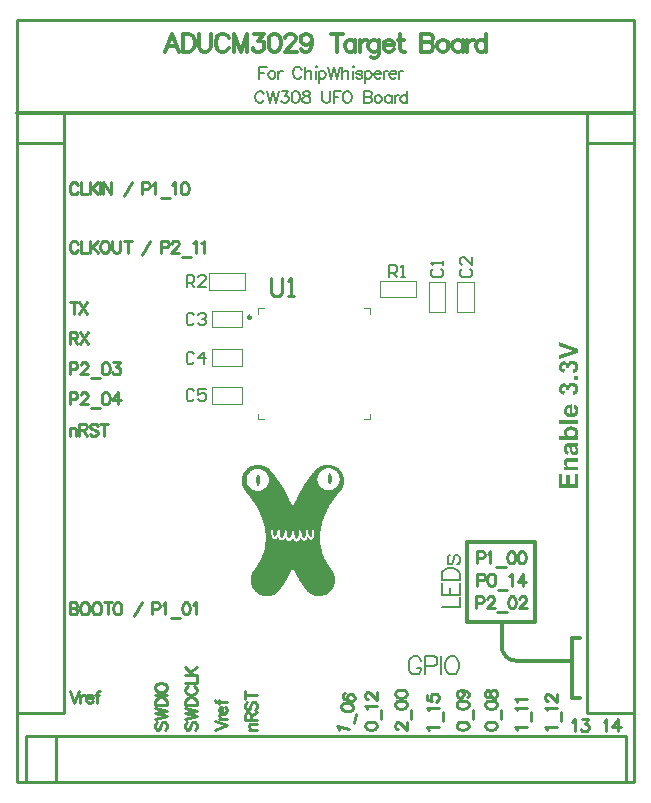
<source format=gto>
G04*
G04 #@! TF.GenerationSoftware,Altium Limited,Altium Designer,18.1.7 (191)*
G04*
G04 Layer_Color=65535*
%FSLAX25Y25*%
%MOIN*%
G70*
G01*
G75*
%ADD10C,0.01181*%
%ADD11C,0.00984*%
%ADD12C,0.01000*%
%ADD13C,0.00394*%
%ADD14C,0.00800*%
%ADD15C,0.01200*%
G36*
X104565Y105746D02*
X105120D01*
Y105607D01*
X105536D01*
Y105469D01*
X105814D01*
Y105330D01*
X106091D01*
Y105191D01*
X106368D01*
Y105053D01*
X106646D01*
Y104914D01*
X106785D01*
Y104775D01*
X106923D01*
Y104637D01*
X107201D01*
Y104498D01*
X107340D01*
Y104359D01*
X107478D01*
Y104220D01*
X107617D01*
Y104082D01*
X107756D01*
Y103943D01*
Y103804D01*
X107894D01*
Y103665D01*
X108033D01*
Y103527D01*
X108172D01*
Y103388D01*
Y103249D01*
X108310D01*
Y103111D01*
Y102972D01*
X108449D01*
Y102833D01*
Y102694D01*
X108588D01*
Y102556D01*
Y102417D01*
X108727D01*
Y102278D01*
Y102140D01*
Y102001D01*
Y101862D01*
X108865D01*
Y101724D01*
Y101585D01*
Y101446D01*
Y101307D01*
Y101169D01*
X109004D01*
Y101030D01*
Y100891D01*
Y100752D01*
Y100614D01*
Y100475D01*
Y100336D01*
Y100198D01*
Y100059D01*
Y99920D01*
Y99782D01*
X108865D01*
Y99643D01*
Y99504D01*
Y99365D01*
Y99227D01*
Y99088D01*
X108727D01*
Y98949D01*
Y98810D01*
Y98672D01*
X108588D01*
Y98533D01*
Y98394D01*
Y98256D01*
X108449D01*
Y98117D01*
Y97978D01*
X108310D01*
Y97839D01*
Y97701D01*
X108172D01*
Y97562D01*
X108033D01*
Y97423D01*
Y97285D01*
X107894D01*
Y97146D01*
X107756D01*
Y97007D01*
X107617D01*
Y96868D01*
Y96730D01*
X107478D01*
Y96591D01*
X107340D01*
Y96452D01*
X107201D01*
Y96314D01*
X107062D01*
Y96175D01*
X106923D01*
Y96036D01*
X106785D01*
Y95897D01*
X106646D01*
Y95759D01*
Y95620D01*
X106507D01*
Y95481D01*
X106368D01*
Y95343D01*
X106230D01*
Y95204D01*
X106091D01*
Y95065D01*
Y94926D01*
X105952D01*
Y94788D01*
X105814D01*
Y94649D01*
Y94510D01*
X105675D01*
Y94372D01*
X105536D01*
Y94233D01*
X105397D01*
Y94094D01*
Y93955D01*
X105259D01*
Y93817D01*
X105120D01*
Y93678D01*
Y93539D01*
X104981D01*
Y93401D01*
X104843D01*
Y93262D01*
Y93123D01*
X104704D01*
Y92984D01*
X104565D01*
Y92846D01*
Y92707D01*
X104426D01*
Y92568D01*
Y92430D01*
X104288D01*
Y92291D01*
X104149D01*
Y92152D01*
Y92013D01*
X104010D01*
Y91875D01*
Y91736D01*
X103872D01*
Y91597D01*
Y91458D01*
X103733D01*
Y91320D01*
X103594D01*
Y91181D01*
Y91042D01*
X103455D01*
Y90904D01*
Y90765D01*
X103317D01*
Y90626D01*
Y90487D01*
X103178D01*
Y90349D01*
Y90210D01*
Y90071D01*
X103039D01*
Y89933D01*
Y89794D01*
X102901D01*
Y89655D01*
Y89517D01*
X102762D01*
Y89378D01*
Y89239D01*
Y89100D01*
X102623D01*
Y88962D01*
Y88823D01*
X102484D01*
Y88684D01*
Y88546D01*
X102346D01*
Y88407D01*
Y88268D01*
Y88129D01*
X102207D01*
Y87991D01*
Y87852D01*
X102068D01*
Y87713D01*
Y87574D01*
Y87436D01*
Y87297D01*
X101929D01*
Y87158D01*
Y87020D01*
X101791D01*
Y86881D01*
Y86742D01*
Y86603D01*
Y86465D01*
X101652D01*
Y86326D01*
Y86187D01*
Y86049D01*
Y85910D01*
X101513D01*
Y85771D01*
Y85632D01*
Y85494D01*
X101375D01*
Y85355D01*
Y85216D01*
Y85078D01*
Y84939D01*
Y84800D01*
X101236D01*
Y84662D01*
Y84523D01*
Y84384D01*
Y84245D01*
Y84107D01*
Y83968D01*
Y83829D01*
X101097D01*
Y83691D01*
Y83552D01*
Y83413D01*
Y83274D01*
Y83136D01*
Y82997D01*
Y82858D01*
Y82719D01*
X100959D01*
Y82581D01*
Y82442D01*
Y82303D01*
Y82165D01*
Y82026D01*
Y81887D01*
Y81748D01*
Y81610D01*
Y81471D01*
Y81332D01*
Y81194D01*
Y81055D01*
Y80916D01*
Y80777D01*
Y80639D01*
Y80500D01*
Y80361D01*
Y80223D01*
X101097D01*
Y80084D01*
Y79945D01*
Y79806D01*
Y79668D01*
Y79529D01*
Y79390D01*
Y79252D01*
Y79113D01*
Y78974D01*
X101236D01*
Y78835D01*
Y78697D01*
Y78558D01*
Y78419D01*
Y78281D01*
X101375D01*
Y78142D01*
Y78003D01*
Y77864D01*
Y77726D01*
X101513D01*
Y77587D01*
Y77448D01*
Y77310D01*
Y77171D01*
X101652D01*
Y77032D01*
Y76893D01*
Y76755D01*
X101791D01*
Y76616D01*
Y76477D01*
Y76338D01*
Y76200D01*
X101929D01*
Y76061D01*
Y75922D01*
X102068D01*
Y75784D01*
Y75645D01*
Y75506D01*
X102207D01*
Y75367D01*
Y75229D01*
X102346D01*
Y75090D01*
Y74951D01*
Y74813D01*
X102484D01*
Y74674D01*
Y74535D01*
X102623D01*
Y74397D01*
Y74258D01*
X102762D01*
Y74119D01*
Y73980D01*
X102901D01*
Y73842D01*
X103039D01*
Y73703D01*
Y73564D01*
X103178D01*
Y73426D01*
Y73287D01*
X103317D01*
Y73148D01*
Y73009D01*
X103455D01*
Y72871D01*
Y72732D01*
X103594D01*
Y72593D01*
X103733D01*
Y72455D01*
Y72316D01*
X103872D01*
Y72177D01*
X104010D01*
Y72038D01*
Y71900D01*
X104149D01*
Y71761D01*
X104288D01*
Y71622D01*
Y71483D01*
X104426D01*
Y71345D01*
X104565D01*
Y71206D01*
Y71067D01*
X104704D01*
Y70929D01*
X104843D01*
Y70790D01*
X104981D01*
Y70651D01*
X105120D01*
Y70512D01*
Y70374D01*
X105259D01*
Y70235D01*
Y70096D01*
X105397D01*
Y69958D01*
Y69819D01*
X105536D01*
Y69680D01*
Y69542D01*
X105675D01*
Y69403D01*
Y69264D01*
X105814D01*
Y69125D01*
Y68987D01*
Y68848D01*
Y68709D01*
X105952D01*
Y68571D01*
Y68432D01*
Y68293D01*
Y68154D01*
Y68016D01*
Y67877D01*
Y67738D01*
Y67599D01*
X106091D01*
Y67461D01*
Y67322D01*
X105952D01*
Y67183D01*
Y67045D01*
Y66906D01*
Y66767D01*
Y66628D01*
Y66490D01*
Y66351D01*
Y66212D01*
X105814D01*
Y66074D01*
Y65935D01*
Y65796D01*
X105675D01*
Y65657D01*
Y65519D01*
Y65380D01*
X105536D01*
Y65241D01*
Y65103D01*
X105397D01*
Y64964D01*
Y64825D01*
X105259D01*
Y64686D01*
Y64548D01*
X105120D01*
Y64409D01*
X104981D01*
Y64270D01*
Y64132D01*
X104843D01*
Y63993D01*
X104704D01*
Y63854D01*
X104565D01*
Y63715D01*
X104426D01*
Y63577D01*
X104288D01*
Y63438D01*
X104149D01*
Y63299D01*
X104010D01*
Y63161D01*
X103733D01*
Y63022D01*
X103594D01*
Y62883D01*
X103317D01*
Y62744D01*
X103178D01*
Y62606D01*
X102901D01*
Y62467D01*
X102484D01*
Y62328D01*
X102068D01*
Y62190D01*
X101375D01*
Y62051D01*
X99849D01*
Y62190D01*
X99155D01*
Y62328D01*
X98739D01*
Y62467D01*
X98462D01*
Y62606D01*
X98184D01*
Y62744D01*
X97907D01*
Y62883D01*
X97629D01*
Y63022D01*
X97491D01*
Y63161D01*
X97213D01*
Y63299D01*
X97075D01*
Y63438D01*
X96936D01*
Y63577D01*
X96797D01*
Y63715D01*
X96658D01*
Y63854D01*
X96520D01*
Y63993D01*
X96381D01*
Y64132D01*
X96242D01*
Y64270D01*
Y64409D01*
X96104D01*
Y64548D01*
X95965D01*
Y64686D01*
Y64825D01*
X95826D01*
Y64964D01*
X95687D01*
Y65103D01*
X95549D01*
Y65241D01*
Y65380D01*
X95410D01*
Y65519D01*
X95271D01*
Y65657D01*
Y65796D01*
X95132D01*
Y65935D01*
X94994D01*
Y66074D01*
Y66212D01*
X94855D01*
Y66351D01*
X94716D01*
Y66490D01*
Y66628D01*
X94578D01*
Y66767D01*
Y66906D01*
X94439D01*
Y67045D01*
X94300D01*
Y67183D01*
X94161D01*
Y67322D01*
Y67461D01*
X94023D01*
Y67599D01*
Y67738D01*
X93884D01*
Y67877D01*
Y68016D01*
X93745D01*
Y68154D01*
X93607D01*
Y68293D01*
Y68432D01*
X93468D01*
Y68571D01*
Y68709D01*
X93329D01*
Y68848D01*
Y68987D01*
X93190D01*
Y69125D01*
Y69264D01*
X93052D01*
Y69403D01*
Y69542D01*
X92913D01*
Y69680D01*
Y69819D01*
X92774D01*
Y69958D01*
Y70096D01*
X92636D01*
Y70235D01*
Y70374D01*
Y70512D01*
X92497D01*
Y70651D01*
Y70790D01*
X92358D01*
Y70929D01*
X91526D01*
Y70790D01*
Y70651D01*
X91387D01*
Y70512D01*
X91248D01*
Y70374D01*
Y70235D01*
Y70096D01*
X91110D01*
Y69958D01*
Y69819D01*
X90971D01*
Y69680D01*
Y69542D01*
X90832D01*
Y69403D01*
Y69264D01*
X90694D01*
Y69125D01*
Y68987D01*
X90555D01*
Y68848D01*
Y68709D01*
X90416D01*
Y68571D01*
Y68432D01*
X90277D01*
Y68293D01*
Y68154D01*
X90139D01*
Y68016D01*
X90000D01*
Y67877D01*
Y67738D01*
X89861D01*
Y67599D01*
Y67461D01*
X89723D01*
Y67322D01*
Y67183D01*
X89584D01*
Y67045D01*
X89445D01*
Y66906D01*
Y66767D01*
X89306D01*
Y66628D01*
Y66490D01*
X89168D01*
Y66351D01*
X89029D01*
Y66212D01*
Y66074D01*
X88890D01*
Y65935D01*
X88752D01*
Y65796D01*
X88613D01*
Y65657D01*
Y65519D01*
X88474D01*
Y65380D01*
Y65241D01*
X88335D01*
Y65103D01*
X88197D01*
Y64964D01*
X88058D01*
Y64825D01*
Y64686D01*
X87919D01*
Y64548D01*
X87781D01*
Y64409D01*
Y64270D01*
X87642D01*
Y64132D01*
X87503D01*
Y63993D01*
X87364D01*
Y63854D01*
X87226D01*
Y63715D01*
X87087D01*
Y63577D01*
X86948D01*
Y63438D01*
X86810D01*
Y63299D01*
X86671D01*
Y63161D01*
X86532D01*
Y63022D01*
X86255D01*
Y62883D01*
X86116D01*
Y62744D01*
X85839D01*
Y62606D01*
X85561D01*
Y62467D01*
X85284D01*
Y62328D01*
X84868D01*
Y62190D01*
X84174D01*
Y62051D01*
X82371D01*
Y62190D01*
X81677D01*
Y62328D01*
X81400D01*
Y62467D01*
X80984D01*
Y62606D01*
X80706D01*
Y62744D01*
X80429D01*
Y62883D01*
X80290D01*
Y63022D01*
X80013D01*
Y63161D01*
X79874D01*
Y63299D01*
X79735D01*
Y63438D01*
X79596D01*
Y63577D01*
X79458D01*
Y63715D01*
X79319D01*
Y63854D01*
X79180D01*
Y63993D01*
X79041D01*
Y64132D01*
X78903D01*
Y64270D01*
Y64409D01*
X78764D01*
Y64548D01*
X78625D01*
Y64686D01*
Y64825D01*
X78487D01*
Y64964D01*
Y65103D01*
X78348D01*
Y65241D01*
Y65380D01*
X78209D01*
Y65519D01*
Y65657D01*
Y65796D01*
X78070D01*
Y65935D01*
Y66074D01*
Y66212D01*
X77932D01*
Y66351D01*
Y66490D01*
Y66628D01*
Y66767D01*
Y66906D01*
Y67045D01*
Y67183D01*
Y67322D01*
X77793D01*
Y67461D01*
Y67599D01*
X77932D01*
Y67738D01*
Y67877D01*
Y68016D01*
Y68154D01*
Y68293D01*
Y68432D01*
Y68571D01*
X78070D01*
Y68709D01*
Y68848D01*
Y68987D01*
Y69125D01*
X78209D01*
Y69264D01*
Y69403D01*
Y69542D01*
X78348D01*
Y69680D01*
Y69819D01*
X78487D01*
Y69958D01*
Y70096D01*
X78625D01*
Y70235D01*
Y70374D01*
X78764D01*
Y70512D01*
X78903D01*
Y70651D01*
Y70790D01*
X79041D01*
Y70929D01*
X79180D01*
Y71067D01*
X79319D01*
Y71206D01*
Y71345D01*
X79458D01*
Y71483D01*
X79596D01*
Y71622D01*
X79735D01*
Y71761D01*
Y71900D01*
X79874D01*
Y72038D01*
X80013D01*
Y72177D01*
Y72316D01*
X80151D01*
Y72455D01*
X80290D01*
Y72593D01*
Y72732D01*
X80429D01*
Y72871D01*
Y73009D01*
X80567D01*
Y73148D01*
X80706D01*
Y73287D01*
Y73426D01*
X80845D01*
Y73564D01*
Y73703D01*
X80984D01*
Y73842D01*
Y73980D01*
X81122D01*
Y74119D01*
Y74258D01*
X81261D01*
Y74397D01*
Y74535D01*
X81400D01*
Y74674D01*
Y74813D01*
X81538D01*
Y74951D01*
Y75090D01*
Y75229D01*
X81677D01*
Y75367D01*
Y75506D01*
X81816D01*
Y75645D01*
Y75784D01*
X81954D01*
Y75922D01*
Y76061D01*
Y76200D01*
X82093D01*
Y76338D01*
Y76477D01*
Y76616D01*
X82232D01*
Y76755D01*
Y76893D01*
Y77032D01*
X82371D01*
Y77171D01*
Y77310D01*
Y77448D01*
Y77587D01*
X82509D01*
Y77726D01*
Y77864D01*
Y78003D01*
Y78142D01*
X82648D01*
Y78281D01*
Y78419D01*
Y78558D01*
Y78697D01*
Y78835D01*
X82787D01*
Y78974D01*
Y79113D01*
Y79252D01*
Y79390D01*
Y79529D01*
Y79668D01*
Y79806D01*
Y79945D01*
Y80084D01*
X82925D01*
Y80223D01*
Y80361D01*
Y80500D01*
Y80639D01*
Y80777D01*
Y80916D01*
Y81055D01*
Y81194D01*
Y81332D01*
Y81471D01*
Y81610D01*
Y81748D01*
Y81887D01*
Y82026D01*
Y82165D01*
Y82303D01*
Y82442D01*
Y82581D01*
Y82719D01*
Y82858D01*
Y82997D01*
X82787D01*
Y83136D01*
Y83274D01*
Y83413D01*
Y83552D01*
Y83691D01*
Y83829D01*
Y83968D01*
X82648D01*
Y84107D01*
Y84245D01*
Y84384D01*
Y84523D01*
Y84662D01*
Y84800D01*
X82509D01*
Y84939D01*
Y85078D01*
Y85216D01*
Y85355D01*
Y85494D01*
X82371D01*
Y85632D01*
Y85771D01*
Y85910D01*
X82232D01*
Y86049D01*
Y86187D01*
Y86326D01*
Y86465D01*
X82093D01*
Y86603D01*
Y86742D01*
Y86881D01*
Y87020D01*
X81954D01*
Y87158D01*
Y87297D01*
X81816D01*
Y87436D01*
Y87574D01*
Y87713D01*
Y87852D01*
X81677D01*
Y87991D01*
Y88129D01*
X81538D01*
Y88268D01*
Y88407D01*
Y88546D01*
X81400D01*
Y88684D01*
Y88823D01*
X81261D01*
Y88962D01*
Y89100D01*
X81122D01*
Y89239D01*
Y89378D01*
Y89517D01*
X80984D01*
Y89655D01*
Y89794D01*
X80845D01*
Y89933D01*
Y90071D01*
X80706D01*
Y90210D01*
Y90349D01*
Y90487D01*
X80567D01*
Y90626D01*
Y90765D01*
X80429D01*
Y90904D01*
Y91042D01*
X80290D01*
Y91181D01*
Y91320D01*
X80151D01*
Y91458D01*
X80013D01*
Y91597D01*
Y91736D01*
X79874D01*
Y91875D01*
Y92013D01*
X79735D01*
Y92152D01*
Y92291D01*
X79596D01*
Y92430D01*
X79458D01*
Y92568D01*
Y92707D01*
X79319D01*
Y92846D01*
Y92984D01*
X79180D01*
Y93123D01*
X79041D01*
Y93262D01*
Y93401D01*
X78903D01*
Y93539D01*
X78764D01*
Y93678D01*
Y93817D01*
X78625D01*
Y93955D01*
X78487D01*
Y94094D01*
Y94233D01*
X78348D01*
Y94372D01*
X78209D01*
Y94510D01*
X78070D01*
Y94649D01*
Y94788D01*
X77932D01*
Y94926D01*
X77793D01*
Y95065D01*
Y95204D01*
X77654D01*
Y95343D01*
X77516D01*
Y95481D01*
X77377D01*
Y95620D01*
X77238D01*
Y95759D01*
Y95897D01*
X77100D01*
Y96036D01*
X76961D01*
Y96175D01*
X76822D01*
Y96314D01*
X76683D01*
Y96452D01*
X76545D01*
Y96591D01*
X76406D01*
Y96730D01*
X76267D01*
Y96868D01*
Y97007D01*
X76128D01*
Y97146D01*
X75990D01*
Y97285D01*
X75851D01*
Y97423D01*
Y97562D01*
X75712D01*
Y97701D01*
X75574D01*
Y97839D01*
Y97978D01*
X75435D01*
Y98117D01*
Y98256D01*
X75296D01*
Y98394D01*
Y98533D01*
Y98672D01*
X75157D01*
Y98810D01*
Y98949D01*
Y99088D01*
X75019D01*
Y99227D01*
Y99365D01*
Y99504D01*
Y99643D01*
Y99782D01*
X74880D01*
Y99920D01*
Y100059D01*
Y100198D01*
Y100336D01*
Y100475D01*
Y100614D01*
Y100752D01*
Y100891D01*
Y101030D01*
Y101169D01*
X75019D01*
Y101307D01*
Y101446D01*
Y101585D01*
Y101724D01*
Y101862D01*
X75157D01*
Y102001D01*
Y102140D01*
Y102278D01*
X75296D01*
Y102417D01*
Y102556D01*
Y102694D01*
X75435D01*
Y102833D01*
Y102972D01*
X75574D01*
Y103111D01*
Y103249D01*
X75712D01*
Y103388D01*
X75851D01*
Y103527D01*
Y103665D01*
X75990D01*
Y103804D01*
X76128D01*
Y103943D01*
X76267D01*
Y104082D01*
X76406D01*
Y104220D01*
X76545D01*
Y104359D01*
X76683D01*
Y104498D01*
X76822D01*
Y104637D01*
X76961D01*
Y104775D01*
X77100D01*
Y104914D01*
X77377D01*
Y105053D01*
X77516D01*
Y105191D01*
X77793D01*
Y105330D01*
X78070D01*
Y105469D01*
X78487D01*
Y105607D01*
X78903D01*
Y105746D01*
X79458D01*
Y105885D01*
X81122D01*
Y105746D01*
X81816D01*
Y105607D01*
X82232D01*
Y105469D01*
X82509D01*
Y105330D01*
X82787D01*
Y105191D01*
X83064D01*
Y105053D01*
X83342D01*
Y104914D01*
X83480D01*
Y104775D01*
X83758D01*
Y104637D01*
X83896D01*
Y104498D01*
X84035D01*
Y104359D01*
X84174D01*
Y104220D01*
X84313D01*
Y104082D01*
X84451D01*
Y103943D01*
X84590D01*
Y103804D01*
Y103665D01*
X84729D01*
Y103527D01*
X84868D01*
Y103388D01*
X85006D01*
Y103249D01*
X85145D01*
Y103111D01*
X85284D01*
Y102972D01*
X85422D01*
Y102833D01*
Y102694D01*
X85561D01*
Y102556D01*
X85700D01*
Y102417D01*
X85839D01*
Y102278D01*
X85977D01*
Y102140D01*
X86116D01*
Y102001D01*
Y101862D01*
X86255D01*
Y101724D01*
X86393D01*
Y101585D01*
Y101446D01*
X86532D01*
Y101307D01*
X86671D01*
Y101169D01*
X86810D01*
Y101030D01*
Y100891D01*
X86948D01*
Y100752D01*
X87087D01*
Y100614D01*
Y100475D01*
X87226D01*
Y100336D01*
X87364D01*
Y100198D01*
X87503D01*
Y100059D01*
Y99920D01*
X87642D01*
Y99782D01*
X87781D01*
Y99643D01*
Y99504D01*
X87919D01*
Y99365D01*
X88058D01*
Y99227D01*
Y99088D01*
X88197D01*
Y98949D01*
X88335D01*
Y98810D01*
Y98672D01*
X88474D01*
Y98533D01*
Y98394D01*
X88613D01*
Y98256D01*
X88752D01*
Y98117D01*
Y97978D01*
X88890D01*
Y97839D01*
X89029D01*
Y97701D01*
Y97562D01*
X89168D01*
Y97423D01*
Y97285D01*
X89306D01*
Y97146D01*
Y97007D01*
X89445D01*
Y96868D01*
X89584D01*
Y96730D01*
Y96591D01*
Y96452D01*
X89723D01*
Y96314D01*
Y96175D01*
X89861D01*
Y96036D01*
X90000D01*
Y95897D01*
Y95759D01*
X90139D01*
Y95620D01*
Y95481D01*
X90277D01*
Y95343D01*
Y95204D01*
X90416D01*
Y95065D01*
Y94926D01*
X90555D01*
Y94788D01*
Y94649D01*
X90694D01*
Y94510D01*
Y94372D01*
Y94233D01*
X90832D01*
Y94094D01*
Y93955D01*
X90971D01*
Y93817D01*
Y93678D01*
X91110D01*
Y93539D01*
Y93401D01*
X91248D01*
Y93262D01*
Y93123D01*
Y92984D01*
X91387D01*
Y92846D01*
Y92707D01*
X91526D01*
Y92568D01*
Y92430D01*
X92358D01*
Y92568D01*
X92497D01*
Y92707D01*
Y92846D01*
Y92984D01*
X92636D01*
Y93123D01*
Y93262D01*
Y93401D01*
X92774D01*
Y93539D01*
Y93678D01*
X92913D01*
Y93817D01*
Y93955D01*
X93052D01*
Y94094D01*
Y94233D01*
X93190D01*
Y94372D01*
Y94510D01*
Y94649D01*
X93329D01*
Y94788D01*
Y94926D01*
X93468D01*
Y95065D01*
X93607D01*
Y95204D01*
Y95343D01*
Y95481D01*
X93745D01*
Y95620D01*
Y95759D01*
X93884D01*
Y95897D01*
Y96036D01*
X94023D01*
Y96175D01*
X94161D01*
Y96314D01*
Y96452D01*
X94300D01*
Y96591D01*
Y96730D01*
X94439D01*
Y96868D01*
Y97007D01*
X94578D01*
Y97146D01*
Y97285D01*
X94716D01*
Y97423D01*
Y97562D01*
X94855D01*
Y97701D01*
Y97839D01*
X94994D01*
Y97978D01*
X95132D01*
Y98117D01*
Y98256D01*
X95271D01*
Y98394D01*
X95410D01*
Y98533D01*
Y98672D01*
X95549D01*
Y98810D01*
Y98949D01*
X95687D01*
Y99088D01*
X95826D01*
Y99227D01*
Y99365D01*
X95965D01*
Y99504D01*
X96104D01*
Y99643D01*
Y99782D01*
X96242D01*
Y99920D01*
Y100059D01*
X96381D01*
Y100198D01*
X96520D01*
Y100336D01*
X96658D01*
Y100475D01*
Y100614D01*
X96797D01*
Y100752D01*
X96936D01*
Y100891D01*
X97075D01*
Y101030D01*
Y101169D01*
X97213D01*
Y101307D01*
X97352D01*
Y101446D01*
X97491D01*
Y101585D01*
Y101724D01*
X97629D01*
Y101862D01*
X97768D01*
Y102001D01*
Y102140D01*
X97907D01*
Y102278D01*
X98045D01*
Y102417D01*
X98184D01*
Y102556D01*
X98323D01*
Y102694D01*
X98462D01*
Y102833D01*
Y102972D01*
X98600D01*
Y103111D01*
X98739D01*
Y103249D01*
X98878D01*
Y103388D01*
X99016D01*
Y103527D01*
X99155D01*
Y103665D01*
X99294D01*
Y103804D01*
Y103943D01*
X99433D01*
Y104082D01*
X99571D01*
Y104220D01*
X99710D01*
Y104359D01*
X99849D01*
Y104498D01*
X99988D01*
Y104637D01*
X100126D01*
Y104775D01*
X100404D01*
Y104914D01*
X100542D01*
Y105053D01*
X100820D01*
Y105191D01*
X100959D01*
Y105330D01*
X101236D01*
Y105469D01*
X101652D01*
Y105607D01*
X102068D01*
Y105746D01*
X102623D01*
Y105885D01*
X104565D01*
Y105746D01*
D02*
G37*
G36*
X187000Y144600D02*
Y143230D01*
X180703Y140982D01*
Y142357D01*
X185362Y143954D01*
X180703Y145492D01*
Y146843D01*
X187000Y144600D01*
D02*
G37*
G36*
X185194Y140600D02*
X185253Y140596D01*
X185321Y140587D01*
X185407Y140573D01*
X185498Y140555D01*
X185599Y140527D01*
X185708Y140496D01*
X185822Y140455D01*
X185940Y140405D01*
X186058Y140350D01*
X186181Y140277D01*
X186299Y140195D01*
X186413Y140104D01*
X186527Y139995D01*
X186531Y139986D01*
X186549Y139968D01*
X186581Y139931D01*
X186618Y139886D01*
X186663Y139827D01*
X186709Y139759D01*
X186763Y139672D01*
X186818Y139581D01*
X186873Y139476D01*
X186923Y139363D01*
X186973Y139240D01*
X187018Y139103D01*
X187055Y138962D01*
X187082Y138812D01*
X187105Y138653D01*
X187109Y138489D01*
Y138453D01*
X187105Y138407D01*
X187100Y138348D01*
X187096Y138275D01*
X187082Y138189D01*
X187068Y138098D01*
X187046Y137993D01*
X187023Y137884D01*
X186991Y137770D01*
X186950Y137652D01*
X186900Y137533D01*
X186845Y137415D01*
X186782Y137297D01*
X186704Y137183D01*
X186618Y137074D01*
X186613Y137069D01*
X186595Y137051D01*
X186568Y137019D01*
X186527Y136983D01*
X186481Y136942D01*
X186422Y136892D01*
X186349Y136837D01*
X186272Y136783D01*
X186186Y136724D01*
X186090Y136669D01*
X185981Y136614D01*
X185867Y136560D01*
X185749Y136514D01*
X185617Y136478D01*
X185480Y136446D01*
X185335Y136423D01*
X185189Y137593D01*
X185194D01*
X185207Y137597D01*
X185230D01*
X185262Y137606D01*
X185303Y137611D01*
X185344Y137625D01*
X185394Y137634D01*
X185444Y137652D01*
X185553Y137688D01*
X185667Y137743D01*
X185781Y137806D01*
X185831Y137847D01*
X185876Y137888D01*
X185881Y137893D01*
X185885Y137902D01*
X185899Y137916D01*
X185913Y137934D01*
X185931Y137957D01*
X185949Y137984D01*
X185990Y138057D01*
X186035Y138143D01*
X186072Y138243D01*
X186099Y138357D01*
X186104Y138416D01*
X186108Y138480D01*
Y138516D01*
X186104Y138544D01*
X186099Y138575D01*
X186095Y138612D01*
X186072Y138698D01*
X186040Y138798D01*
X186017Y138848D01*
X185990Y138903D01*
X185958Y138958D01*
X185917Y139008D01*
X185876Y139058D01*
X185826Y139108D01*
X185822Y139112D01*
X185812Y139117D01*
X185799Y139131D01*
X185776Y139149D01*
X185744Y139167D01*
X185712Y139190D01*
X185671Y139213D01*
X185626Y139240D01*
X185571Y139262D01*
X185517Y139285D01*
X185453Y139308D01*
X185385Y139326D01*
X185312Y139344D01*
X185235Y139358D01*
X185148Y139363D01*
X185062Y139367D01*
X185057D01*
X185044D01*
X185016D01*
X184984Y139363D01*
X184948Y139358D01*
X184902Y139354D01*
X184852Y139349D01*
X184802Y139335D01*
X184684Y139308D01*
X184566Y139262D01*
X184507Y139235D01*
X184448Y139203D01*
X184388Y139167D01*
X184338Y139121D01*
X184334Y139117D01*
X184325Y139112D01*
X184316Y139099D01*
X184297Y139076D01*
X184274Y139053D01*
X184252Y139026D01*
X184202Y138953D01*
X184156Y138867D01*
X184111Y138767D01*
X184093Y138712D01*
X184083Y138653D01*
X184074Y138589D01*
X184070Y138525D01*
Y138485D01*
X184074Y138462D01*
Y138434D01*
X184079Y138371D01*
X184093Y138289D01*
X184106Y138193D01*
X184129Y138089D01*
X184161Y137975D01*
X183178Y138107D01*
Y138189D01*
X183174Y138230D01*
X183169Y138275D01*
X183164Y138330D01*
X183155Y138384D01*
X183133Y138507D01*
X183096Y138630D01*
X183069Y138694D01*
X183042Y138753D01*
X183010Y138807D01*
X182969Y138858D01*
X182964Y138862D01*
X182960Y138867D01*
X182946Y138880D01*
X182928Y138899D01*
X182905Y138917D01*
X182878Y138939D01*
X182846Y138962D01*
X182809Y138989D01*
X182723Y139035D01*
X182618Y139076D01*
X182564Y139094D01*
X182500Y139108D01*
X182436Y139112D01*
X182368Y139117D01*
X182364D01*
X182354D01*
X182336D01*
X182314Y139112D01*
X182286D01*
X182259Y139108D01*
X182186Y139094D01*
X182104Y139071D01*
X182022Y139035D01*
X181940Y138989D01*
X181863Y138926D01*
X181854Y138917D01*
X181831Y138889D01*
X181804Y138848D01*
X181767Y138789D01*
X181731Y138716D01*
X181704Y138630D01*
X181681Y138534D01*
X181672Y138421D01*
Y138389D01*
X181676Y138371D01*
Y138343D01*
X181681Y138312D01*
X181699Y138239D01*
X181727Y138157D01*
X181763Y138066D01*
X181818Y137975D01*
X181854Y137929D01*
X181890Y137888D01*
X181895Y137884D01*
X181899Y137879D01*
X181913Y137870D01*
X181931Y137852D01*
X181954Y137838D01*
X181981Y137816D01*
X182013Y137797D01*
X182050Y137775D01*
X182091Y137752D01*
X182136Y137729D01*
X182186Y137706D01*
X182245Y137684D01*
X182304Y137665D01*
X182368Y137647D01*
X182441Y137634D01*
X182514Y137625D01*
X182327Y136514D01*
X182323D01*
X182300Y136519D01*
X182273Y136528D01*
X182232Y136537D01*
X182182Y136546D01*
X182127Y136564D01*
X182063Y136578D01*
X182000Y136601D01*
X181854Y136651D01*
X181699Y136710D01*
X181549Y136778D01*
X181481Y136819D01*
X181413Y136860D01*
X181408Y136865D01*
X181399Y136869D01*
X181381Y136883D01*
X181358Y136906D01*
X181326Y136928D01*
X181294Y136956D01*
X181258Y136992D01*
X181217Y137033D01*
X181176Y137074D01*
X181131Y137124D01*
X181085Y137179D01*
X181044Y137238D01*
X180999Y137302D01*
X180953Y137365D01*
X180876Y137515D01*
X180871Y137520D01*
X180867Y137533D01*
X180858Y137556D01*
X180844Y137588D01*
X180830Y137629D01*
X180812Y137675D01*
X180794Y137729D01*
X180776Y137788D01*
X180757Y137857D01*
X180744Y137929D01*
X180726Y138007D01*
X180712Y138089D01*
X180689Y138266D01*
X180680Y138362D01*
Y138498D01*
X180685Y138544D01*
X180689Y138603D01*
X180698Y138680D01*
X180712Y138767D01*
X180726Y138862D01*
X180753Y138967D01*
X180780Y139081D01*
X180817Y139194D01*
X180867Y139313D01*
X180921Y139431D01*
X180985Y139549D01*
X181062Y139667D01*
X181149Y139777D01*
X181249Y139881D01*
X181253Y139886D01*
X181272Y139900D01*
X181294Y139922D01*
X181331Y139950D01*
X181376Y139986D01*
X181426Y140022D01*
X181485Y140063D01*
X181554Y140104D01*
X181626Y140145D01*
X181708Y140186D01*
X181795Y140223D01*
X181886Y140259D01*
X181981Y140286D01*
X182081Y140309D01*
X182186Y140323D01*
X182295Y140327D01*
X182304D01*
X182332D01*
X182373Y140323D01*
X182432Y140314D01*
X182505Y140300D01*
X182582Y140277D01*
X182673Y140250D01*
X182773Y140214D01*
X182873Y140163D01*
X182982Y140104D01*
X183092Y140032D01*
X183205Y139945D01*
X183315Y139840D01*
X183369Y139781D01*
X183419Y139717D01*
X183474Y139649D01*
X183524Y139576D01*
X183574Y139499D01*
X183619Y139417D01*
Y139422D01*
X183624Y139440D01*
X183633Y139467D01*
X183642Y139508D01*
X183656Y139554D01*
X183678Y139604D01*
X183701Y139663D01*
X183729Y139727D01*
X183760Y139795D01*
X183797Y139868D01*
X183838Y139941D01*
X183888Y140009D01*
X183938Y140082D01*
X184002Y140150D01*
X184065Y140218D01*
X184138Y140282D01*
X184143Y140286D01*
X184156Y140295D01*
X184179Y140314D01*
X184211Y140332D01*
X184247Y140355D01*
X184297Y140382D01*
X184352Y140414D01*
X184411Y140445D01*
X184479Y140473D01*
X184552Y140505D01*
X184634Y140532D01*
X184721Y140555D01*
X184811Y140573D01*
X184907Y140591D01*
X185007Y140600D01*
X185112Y140605D01*
X185121D01*
X185148D01*
X185194Y140600D01*
D02*
G37*
G36*
X187000Y134280D02*
X185794D01*
Y135486D01*
X187000D01*
Y134280D01*
D02*
G37*
G36*
X185194Y133266D02*
X185253Y133261D01*
X185321Y133252D01*
X185407Y133238D01*
X185498Y133220D01*
X185599Y133193D01*
X185708Y133161D01*
X185822Y133120D01*
X185940Y133070D01*
X186058Y133015D01*
X186181Y132943D01*
X186299Y132861D01*
X186413Y132770D01*
X186527Y132660D01*
X186531Y132651D01*
X186549Y132633D01*
X186581Y132597D01*
X186618Y132551D01*
X186663Y132492D01*
X186709Y132424D01*
X186763Y132337D01*
X186818Y132246D01*
X186873Y132142D01*
X186923Y132028D01*
X186973Y131905D01*
X187018Y131769D01*
X187055Y131628D01*
X187082Y131477D01*
X187105Y131318D01*
X187109Y131154D01*
Y131118D01*
X187105Y131072D01*
X187100Y131013D01*
X187096Y130941D01*
X187082Y130854D01*
X187068Y130763D01*
X187046Y130658D01*
X187023Y130549D01*
X186991Y130436D01*
X186950Y130317D01*
X186900Y130199D01*
X186845Y130081D01*
X186782Y129962D01*
X186704Y129849D01*
X186618Y129739D01*
X186613Y129735D01*
X186595Y129717D01*
X186568Y129685D01*
X186527Y129648D01*
X186481Y129607D01*
X186422Y129557D01*
X186349Y129503D01*
X186272Y129448D01*
X186186Y129389D01*
X186090Y129334D01*
X185981Y129280D01*
X185867Y129225D01*
X185749Y129180D01*
X185617Y129143D01*
X185480Y129112D01*
X185335Y129089D01*
X185189Y130258D01*
X185194D01*
X185207Y130263D01*
X185230D01*
X185262Y130272D01*
X185303Y130276D01*
X185344Y130290D01*
X185394Y130299D01*
X185444Y130317D01*
X185553Y130354D01*
X185667Y130408D01*
X185781Y130472D01*
X185831Y130513D01*
X185876Y130554D01*
X185881Y130558D01*
X185885Y130568D01*
X185899Y130581D01*
X185913Y130599D01*
X185931Y130622D01*
X185949Y130649D01*
X185990Y130722D01*
X186035Y130809D01*
X186072Y130909D01*
X186099Y131023D01*
X186104Y131082D01*
X186108Y131145D01*
Y131182D01*
X186104Y131209D01*
X186099Y131241D01*
X186095Y131277D01*
X186072Y131364D01*
X186040Y131464D01*
X186017Y131514D01*
X185990Y131569D01*
X185958Y131623D01*
X185917Y131673D01*
X185876Y131723D01*
X185826Y131773D01*
X185822Y131778D01*
X185812Y131782D01*
X185799Y131796D01*
X185776Y131814D01*
X185744Y131832D01*
X185712Y131855D01*
X185671Y131878D01*
X185626Y131905D01*
X185571Y131928D01*
X185517Y131951D01*
X185453Y131973D01*
X185385Y131992D01*
X185312Y132010D01*
X185235Y132024D01*
X185148Y132028D01*
X185062Y132033D01*
X185057D01*
X185044D01*
X185016D01*
X184984Y132028D01*
X184948Y132024D01*
X184902Y132019D01*
X184852Y132014D01*
X184802Y132001D01*
X184684Y131973D01*
X184566Y131928D01*
X184507Y131901D01*
X184448Y131869D01*
X184388Y131832D01*
X184338Y131787D01*
X184334Y131782D01*
X184325Y131778D01*
X184316Y131764D01*
X184297Y131741D01*
X184274Y131719D01*
X184252Y131691D01*
X184202Y131618D01*
X184156Y131532D01*
X184111Y131432D01*
X184093Y131377D01*
X184083Y131318D01*
X184074Y131254D01*
X184070Y131191D01*
Y131150D01*
X184074Y131127D01*
Y131100D01*
X184079Y131036D01*
X184093Y130954D01*
X184106Y130859D01*
X184129Y130754D01*
X184161Y130640D01*
X183178Y130772D01*
Y130854D01*
X183174Y130895D01*
X183169Y130941D01*
X183164Y130995D01*
X183155Y131050D01*
X183133Y131173D01*
X183096Y131296D01*
X183069Y131359D01*
X183042Y131418D01*
X183010Y131473D01*
X182969Y131523D01*
X182964Y131527D01*
X182960Y131532D01*
X182946Y131546D01*
X182928Y131564D01*
X182905Y131582D01*
X182878Y131605D01*
X182846Y131628D01*
X182809Y131655D01*
X182723Y131700D01*
X182618Y131741D01*
X182564Y131760D01*
X182500Y131773D01*
X182436Y131778D01*
X182368Y131782D01*
X182364D01*
X182354D01*
X182336D01*
X182314Y131778D01*
X182286D01*
X182259Y131773D01*
X182186Y131760D01*
X182104Y131737D01*
X182022Y131700D01*
X181940Y131655D01*
X181863Y131591D01*
X181854Y131582D01*
X181831Y131555D01*
X181804Y131514D01*
X181767Y131455D01*
X181731Y131382D01*
X181704Y131296D01*
X181681Y131200D01*
X181672Y131086D01*
Y131054D01*
X181676Y131036D01*
Y131009D01*
X181681Y130977D01*
X181699Y130904D01*
X181727Y130822D01*
X181763Y130731D01*
X181818Y130640D01*
X181854Y130595D01*
X181890Y130554D01*
X181895Y130549D01*
X181899Y130545D01*
X181913Y130536D01*
X181931Y130517D01*
X181954Y130504D01*
X181981Y130481D01*
X182013Y130463D01*
X182050Y130440D01*
X182091Y130417D01*
X182136Y130395D01*
X182186Y130372D01*
X182245Y130349D01*
X182304Y130331D01*
X182368Y130313D01*
X182441Y130299D01*
X182514Y130290D01*
X182327Y129180D01*
X182323D01*
X182300Y129184D01*
X182273Y129193D01*
X182232Y129202D01*
X182182Y129212D01*
X182127Y129230D01*
X182063Y129243D01*
X182000Y129266D01*
X181854Y129316D01*
X181699Y129375D01*
X181549Y129444D01*
X181481Y129485D01*
X181413Y129525D01*
X181408Y129530D01*
X181399Y129535D01*
X181381Y129548D01*
X181358Y129571D01*
X181326Y129594D01*
X181294Y129621D01*
X181258Y129657D01*
X181217Y129698D01*
X181176Y129739D01*
X181131Y129789D01*
X181085Y129844D01*
X181044Y129903D01*
X180999Y129967D01*
X180953Y130031D01*
X180876Y130181D01*
X180871Y130185D01*
X180867Y130199D01*
X180858Y130222D01*
X180844Y130254D01*
X180830Y130295D01*
X180812Y130340D01*
X180794Y130395D01*
X180776Y130454D01*
X180757Y130522D01*
X180744Y130595D01*
X180726Y130672D01*
X180712Y130754D01*
X180689Y130931D01*
X180680Y131027D01*
Y131164D01*
X180685Y131209D01*
X180689Y131268D01*
X180698Y131345D01*
X180712Y131432D01*
X180726Y131527D01*
X180753Y131632D01*
X180780Y131746D01*
X180817Y131860D01*
X180867Y131978D01*
X180921Y132096D01*
X180985Y132215D01*
X181062Y132333D01*
X181149Y132442D01*
X181249Y132547D01*
X181253Y132551D01*
X181272Y132565D01*
X181294Y132588D01*
X181331Y132615D01*
X181376Y132651D01*
X181426Y132688D01*
X181485Y132729D01*
X181554Y132770D01*
X181626Y132811D01*
X181708Y132852D01*
X181795Y132888D01*
X181886Y132924D01*
X181981Y132952D01*
X182081Y132974D01*
X182186Y132988D01*
X182295Y132993D01*
X182304D01*
X182332D01*
X182373Y132988D01*
X182432Y132979D01*
X182505Y132965D01*
X182582Y132943D01*
X182673Y132915D01*
X182773Y132879D01*
X182873Y132829D01*
X182982Y132770D01*
X183092Y132697D01*
X183205Y132610D01*
X183315Y132506D01*
X183369Y132447D01*
X183419Y132383D01*
X183474Y132315D01*
X183524Y132242D01*
X183574Y132165D01*
X183619Y132083D01*
Y132087D01*
X183624Y132105D01*
X183633Y132133D01*
X183642Y132174D01*
X183656Y132219D01*
X183678Y132269D01*
X183701Y132328D01*
X183729Y132392D01*
X183760Y132460D01*
X183797Y132533D01*
X183838Y132606D01*
X183888Y132674D01*
X183938Y132747D01*
X184002Y132815D01*
X184065Y132883D01*
X184138Y132947D01*
X184143Y132952D01*
X184156Y132961D01*
X184179Y132979D01*
X184211Y132997D01*
X184247Y133020D01*
X184297Y133047D01*
X184352Y133079D01*
X184411Y133111D01*
X184479Y133138D01*
X184552Y133170D01*
X184634Y133197D01*
X184721Y133220D01*
X184811Y133238D01*
X184907Y133256D01*
X185007Y133266D01*
X185112Y133270D01*
X185121D01*
X185148D01*
X185194Y133266D01*
D02*
G37*
G36*
X185071Y122937D02*
X185075D01*
X185094D01*
X185121Y122942D01*
X185157D01*
X185203Y122946D01*
X185257Y122955D01*
X185312Y122964D01*
X185376Y122978D01*
X185512Y123010D01*
X185580Y123033D01*
X185649Y123060D01*
X185717Y123096D01*
X185785Y123133D01*
X185849Y123174D01*
X185908Y123224D01*
X185913Y123228D01*
X185922Y123237D01*
X185935Y123251D01*
X185953Y123274D01*
X185976Y123301D01*
X186003Y123337D01*
X186026Y123374D01*
X186054Y123419D01*
X186085Y123465D01*
X186108Y123520D01*
X186158Y123638D01*
X186176Y123706D01*
X186190Y123774D01*
X186199Y123847D01*
X186204Y123925D01*
Y123952D01*
X186199Y123975D01*
X186195Y124025D01*
X186186Y124093D01*
X186167Y124166D01*
X186140Y124248D01*
X186104Y124325D01*
X186054Y124402D01*
Y124407D01*
X186045Y124411D01*
X186022Y124434D01*
X185985Y124470D01*
X185931Y124511D01*
X185863Y124562D01*
X185776Y124611D01*
X185676Y124657D01*
X185553Y124698D01*
X185753Y125899D01*
X185762Y125895D01*
X185781Y125890D01*
X185817Y125876D01*
X185863Y125854D01*
X185917Y125831D01*
X185981Y125799D01*
X186054Y125763D01*
X186126Y125717D01*
X186208Y125672D01*
X186290Y125617D01*
X186377Y125553D01*
X186459Y125490D01*
X186540Y125417D01*
X186622Y125339D01*
X186695Y125253D01*
X186763Y125162D01*
X186768Y125157D01*
X186777Y125139D01*
X186795Y125112D01*
X186818Y125071D01*
X186841Y125021D01*
X186873Y124966D01*
X186900Y124894D01*
X186932Y124816D01*
X186964Y124730D01*
X186995Y124639D01*
X187027Y124534D01*
X187050Y124425D01*
X187073Y124307D01*
X187091Y124179D01*
X187100Y124047D01*
X187105Y123911D01*
Y123861D01*
X187100Y123829D01*
Y123797D01*
X187096Y123761D01*
X187091Y123715D01*
X187082Y123615D01*
X187064Y123506D01*
X187041Y123379D01*
X187009Y123242D01*
X186968Y123101D01*
X186914Y122955D01*
X186854Y122810D01*
X186777Y122664D01*
X186691Y122523D01*
X186586Y122391D01*
X186468Y122264D01*
X186331Y122150D01*
X186322Y122145D01*
X186304Y122132D01*
X186267Y122109D01*
X186217Y122082D01*
X186158Y122045D01*
X186085Y122009D01*
X185999Y121968D01*
X185899Y121927D01*
X185790Y121881D01*
X185671Y121841D01*
X185544Y121804D01*
X185403Y121772D01*
X185257Y121740D01*
X185098Y121718D01*
X184930Y121704D01*
X184757Y121700D01*
X184752D01*
X184743D01*
X184730D01*
X184707D01*
X184679Y121704D01*
X184648D01*
X184611D01*
X184570Y121709D01*
X184475Y121718D01*
X184366Y121731D01*
X184243Y121750D01*
X184111Y121772D01*
X183970Y121804D01*
X183824Y121845D01*
X183678Y121891D01*
X183528Y121950D01*
X183383Y122018D01*
X183242Y122095D01*
X183110Y122186D01*
X182982Y122291D01*
X182973Y122300D01*
X182955Y122318D01*
X182923Y122350D01*
X182882Y122396D01*
X182832Y122455D01*
X182778Y122528D01*
X182719Y122609D01*
X182659Y122701D01*
X182600Y122805D01*
X182541Y122919D01*
X182486Y123042D01*
X182436Y123174D01*
X182395Y123315D01*
X182364Y123465D01*
X182345Y123624D01*
X182336Y123793D01*
Y123838D01*
X182341Y123861D01*
Y123888D01*
X182345Y123961D01*
X182354Y124047D01*
X182373Y124143D01*
X182391Y124257D01*
X182418Y124375D01*
X182455Y124498D01*
X182500Y124630D01*
X182555Y124762D01*
X182618Y124898D01*
X182696Y125030D01*
X182787Y125157D01*
X182891Y125280D01*
X183010Y125394D01*
X183019Y125399D01*
X183042Y125421D01*
X183082Y125449D01*
X183137Y125485D01*
X183210Y125531D01*
X183296Y125581D01*
X183401Y125631D01*
X183519Y125685D01*
X183656Y125740D01*
X183810Y125794D01*
X183979Y125840D01*
X184165Y125885D01*
X184366Y125917D01*
X184584Y125945D01*
X184821Y125958D01*
X185071Y125963D01*
Y122937D01*
D02*
G37*
G36*
X187000Y119611D02*
X180703D01*
Y120817D01*
X187000D01*
Y119611D01*
D02*
G37*
G36*
X184789Y118633D02*
X184825D01*
X184866Y118628D01*
X184966Y118619D01*
X185080Y118610D01*
X185203Y118592D01*
X185339Y118569D01*
X185480Y118537D01*
X185630Y118501D01*
X185781Y118455D01*
X185926Y118401D01*
X186076Y118337D01*
X186217Y118264D01*
X186354Y118178D01*
X186477Y118078D01*
X186486Y118073D01*
X186504Y118050D01*
X186536Y118023D01*
X186577Y117978D01*
X186622Y117923D01*
X186677Y117859D01*
X186732Y117787D01*
X186791Y117700D01*
X186850Y117609D01*
X186904Y117504D01*
X186959Y117391D01*
X187004Y117272D01*
X187046Y117145D01*
X187077Y117013D01*
X187096Y116872D01*
X187105Y116726D01*
Y116690D01*
X187100Y116658D01*
Y116626D01*
X187096Y116581D01*
X187086Y116535D01*
X187082Y116485D01*
X187055Y116367D01*
X187023Y116235D01*
X186973Y116094D01*
X186945Y116026D01*
X186909Y115953D01*
X186904Y115948D01*
X186900Y115935D01*
X186886Y115917D01*
X186873Y115889D01*
X186850Y115857D01*
X186827Y115821D01*
X186795Y115775D01*
X186763Y115730D01*
X186681Y115630D01*
X186581Y115521D01*
X186468Y115407D01*
X186331Y115302D01*
X187000D01*
Y114183D01*
X180703D01*
Y115389D01*
X182973D01*
X182964Y115393D01*
X182946Y115416D01*
X182914Y115443D01*
X182873Y115489D01*
X182823Y115539D01*
X182773Y115603D01*
X182714Y115680D01*
X182655Y115762D01*
X182596Y115853D01*
X182536Y115953D01*
X182482Y116062D01*
X182436Y116180D01*
X182395Y116303D01*
X182364Y116431D01*
X182345Y116567D01*
X182336Y116708D01*
Y116745D01*
X182341Y116790D01*
X182345Y116849D01*
X182354Y116918D01*
X182368Y117004D01*
X182386Y117095D01*
X182414Y117195D01*
X182446Y117304D01*
X182482Y117413D01*
X182532Y117527D01*
X182591Y117646D01*
X182659Y117759D01*
X182741Y117877D01*
X182837Y117987D01*
X182941Y118091D01*
X182950Y118096D01*
X182969Y118114D01*
X183005Y118141D01*
X183055Y118178D01*
X183114Y118219D01*
X183192Y118264D01*
X183283Y118314D01*
X183383Y118364D01*
X183501Y118414D01*
X183628Y118465D01*
X183774Y118510D01*
X183929Y118551D01*
X184097Y118587D01*
X184274Y118615D01*
X184470Y118633D01*
X184675Y118637D01*
X184679D01*
X184689D01*
X184702D01*
X184725D01*
X184752D01*
X184789Y118633D01*
D02*
G37*
G36*
X187000Y112117D02*
X186995D01*
X186977Y112108D01*
X186950Y112099D01*
X186909Y112085D01*
X186859Y112067D01*
X186800Y112044D01*
X186727Y112022D01*
X186645Y111999D01*
X186641D01*
X186627Y111994D01*
X186609Y111990D01*
X186586Y111981D01*
X186540Y111967D01*
X186522Y111962D01*
X186504Y111958D01*
X186509Y111953D01*
X186518Y111944D01*
X186531Y111926D01*
X186554Y111903D01*
X186577Y111876D01*
X186609Y111840D01*
X186641Y111803D01*
X186672Y111758D01*
X186745Y111662D01*
X186823Y111548D01*
X186891Y111426D01*
X186954Y111294D01*
Y111289D01*
X186959Y111280D01*
X186968Y111257D01*
X186977Y111234D01*
X186991Y111198D01*
X187000Y111162D01*
X187014Y111116D01*
X187027Y111071D01*
X187046Y111016D01*
X187059Y110957D01*
X187082Y110830D01*
X187100Y110688D01*
X187105Y110543D01*
Y110511D01*
X187100Y110475D01*
Y110425D01*
X187091Y110365D01*
X187086Y110297D01*
X187073Y110224D01*
X187055Y110138D01*
X187036Y110052D01*
X187009Y109960D01*
X186982Y109870D01*
X186945Y109778D01*
X186900Y109687D01*
X186850Y109597D01*
X186791Y109510D01*
X186723Y109433D01*
X186718Y109428D01*
X186704Y109415D01*
X186681Y109396D01*
X186654Y109369D01*
X186618Y109337D01*
X186572Y109305D01*
X186518Y109269D01*
X186459Y109232D01*
X186390Y109192D01*
X186318Y109155D01*
X186240Y109123D01*
X186154Y109091D01*
X186063Y109064D01*
X185967Y109046D01*
X185863Y109032D01*
X185758Y109028D01*
X185753D01*
X185740D01*
X185722D01*
X185694Y109032D01*
X185658D01*
X185621Y109037D01*
X185576Y109041D01*
X185526Y109051D01*
X185421Y109073D01*
X185303Y109105D01*
X185185Y109151D01*
X185071Y109210D01*
X185066Y109214D01*
X185057Y109219D01*
X185044Y109228D01*
X185021Y109246D01*
X184966Y109287D01*
X184898Y109346D01*
X184825Y109419D01*
X184748Y109505D01*
X184670Y109610D01*
X184607Y109729D01*
Y109733D01*
X184598Y109742D01*
X184589Y109765D01*
X184579Y109792D01*
X184566Y109824D01*
X184548Y109865D01*
X184529Y109915D01*
X184511Y109974D01*
X184488Y110038D01*
X184466Y110111D01*
X184443Y110188D01*
X184420Y110275D01*
X184393Y110365D01*
X184370Y110466D01*
X184347Y110575D01*
X184325Y110688D01*
Y110698D01*
X184316Y110725D01*
X184311Y110770D01*
X184297Y110825D01*
X184284Y110893D01*
X184265Y110975D01*
X184247Y111062D01*
X184229Y111153D01*
X184179Y111348D01*
X184129Y111539D01*
X184106Y111630D01*
X184079Y111717D01*
X184052Y111794D01*
X184024Y111862D01*
X183906D01*
X183901D01*
X183892D01*
X183874D01*
X183851Y111858D01*
X183820D01*
X183788Y111853D01*
X183715Y111840D01*
X183633Y111821D01*
X183551Y111790D01*
X183474Y111749D01*
X183442Y111721D01*
X183410Y111689D01*
X183405Y111680D01*
X183396Y111671D01*
X183387Y111653D01*
X183374Y111635D01*
X183365Y111608D01*
X183351Y111580D01*
X183333Y111544D01*
X183319Y111503D01*
X183305Y111453D01*
X183296Y111403D01*
X183283Y111344D01*
X183274Y111275D01*
X183265Y111203D01*
X183260Y111125D01*
Y110984D01*
X183265Y110957D01*
Y110925D01*
X183274Y110857D01*
X183292Y110775D01*
X183315Y110688D01*
X183346Y110607D01*
X183387Y110534D01*
X183392Y110525D01*
X183410Y110506D01*
X183447Y110470D01*
X183492Y110434D01*
X183551Y110388D01*
X183628Y110338D01*
X183724Y110293D01*
X183833Y110247D01*
X183638Y109151D01*
X183628Y109155D01*
X183610Y109160D01*
X183574Y109169D01*
X183528Y109187D01*
X183474Y109205D01*
X183410Y109232D01*
X183342Y109264D01*
X183269Y109296D01*
X183187Y109337D01*
X183110Y109387D01*
X183028Y109437D01*
X182946Y109496D01*
X182869Y109556D01*
X182791Y109628D01*
X182723Y109701D01*
X182659Y109783D01*
X182655Y109788D01*
X182646Y109806D01*
X182627Y109833D01*
X182609Y109870D01*
X182587Y109915D01*
X182559Y109974D01*
X182527Y110042D01*
X182495Y110124D01*
X182468Y110211D01*
X182436Y110311D01*
X182409Y110425D01*
X182386Y110543D01*
X182368Y110675D01*
X182350Y110816D01*
X182341Y110966D01*
X182336Y111130D01*
Y111207D01*
X182341Y111262D01*
Y111330D01*
X182345Y111407D01*
X182350Y111494D01*
X182359Y111585D01*
X182368Y111680D01*
X182382Y111781D01*
X182418Y111981D01*
X182436Y112076D01*
X182464Y112172D01*
X182495Y112258D01*
X182527Y112336D01*
Y112340D01*
X182536Y112354D01*
X182546Y112372D01*
X182564Y112399D01*
X182582Y112431D01*
X182605Y112468D01*
X182659Y112554D01*
X182732Y112645D01*
X182814Y112736D01*
X182910Y112822D01*
X182960Y112859D01*
X183014Y112891D01*
X183019D01*
X183028Y112900D01*
X183046Y112904D01*
X183073Y112918D01*
X183105Y112927D01*
X183151Y112941D01*
X183201Y112959D01*
X183260Y112973D01*
X183328Y112986D01*
X183410Y113005D01*
X183496Y113018D01*
X183597Y113027D01*
X183706Y113041D01*
X183824Y113045D01*
X183956Y113055D01*
X184097D01*
X185503Y113036D01*
X185508D01*
X185530D01*
X185562D01*
X185603D01*
X185653D01*
X185708Y113041D01*
X185772D01*
X185840Y113045D01*
X185985Y113050D01*
X186131Y113059D01*
X186204Y113064D01*
X186272Y113073D01*
X186331Y113082D01*
X186390Y113091D01*
X186395D01*
X186404Y113095D01*
X186418D01*
X186440Y113105D01*
X186468Y113109D01*
X186500Y113118D01*
X186572Y113141D01*
X186663Y113168D01*
X186768Y113209D01*
X186882Y113255D01*
X187000Y113309D01*
Y112117D01*
D02*
G37*
G36*
Y106917D02*
X184675D01*
X184666D01*
X184643D01*
X184607D01*
X184557D01*
X184497Y106912D01*
X184429D01*
X184356D01*
X184279Y106907D01*
X184120Y106898D01*
X184038Y106889D01*
X183961Y106880D01*
X183888Y106871D01*
X183824Y106862D01*
X183765Y106848D01*
X183720Y106835D01*
X183715D01*
X183710Y106830D01*
X183683Y106821D01*
X183642Y106803D01*
X183597Y106775D01*
X183542Y106739D01*
X183483Y106698D01*
X183433Y106644D01*
X183383Y106584D01*
X183378Y106575D01*
X183365Y106553D01*
X183342Y106516D01*
X183319Y106466D01*
X183301Y106407D01*
X183278Y106334D01*
X183265Y106252D01*
X183260Y106166D01*
Y106134D01*
X183265Y106111D01*
Y106084D01*
X183269Y106052D01*
X183283Y105975D01*
X183301Y105888D01*
X183333Y105793D01*
X183374Y105693D01*
X183433Y105597D01*
Y105593D01*
X183442Y105588D01*
X183451Y105574D01*
X183465Y105556D01*
X183501Y105515D01*
X183556Y105461D01*
X183619Y105406D01*
X183701Y105347D01*
X183792Y105297D01*
X183892Y105256D01*
X183897D01*
X183906Y105251D01*
X183924Y105247D01*
X183947Y105242D01*
X183979Y105233D01*
X184020Y105228D01*
X184070Y105219D01*
X184129Y105210D01*
X184197Y105201D01*
X184270Y105192D01*
X184356Y105188D01*
X184452Y105178D01*
X184557Y105174D01*
X184675Y105169D01*
X184802Y105165D01*
X184939D01*
X187000D01*
Y103959D01*
X182436D01*
Y105078D01*
X183110D01*
X183101Y105087D01*
X183078Y105106D01*
X183037Y105138D01*
X182987Y105188D01*
X182932Y105247D01*
X182864Y105315D01*
X182796Y105397D01*
X182723Y105492D01*
X182650Y105593D01*
X182582Y105706D01*
X182514Y105834D01*
X182459Y105966D01*
X182409Y106107D01*
X182368Y106257D01*
X182345Y106416D01*
X182336Y106584D01*
Y106653D01*
X182341Y106689D01*
X182345Y106730D01*
X182350Y106775D01*
X182354Y106826D01*
X182373Y106939D01*
X182395Y107062D01*
X182432Y107185D01*
X182482Y107312D01*
Y107317D01*
X182486Y107326D01*
X182495Y107344D01*
X182509Y107367D01*
X182523Y107394D01*
X182541Y107426D01*
X182582Y107499D01*
X182637Y107581D01*
X182700Y107663D01*
X182768Y107745D01*
X182850Y107813D01*
X182855D01*
X182860Y107822D01*
X182873Y107831D01*
X182891Y107840D01*
X182937Y107872D01*
X182996Y107908D01*
X183073Y107949D01*
X183155Y107986D01*
X183251Y108022D01*
X183355Y108054D01*
X183360D01*
X183369Y108059D01*
X183383D01*
X183405Y108063D01*
X183437Y108072D01*
X183474Y108077D01*
X183515Y108081D01*
X183565Y108090D01*
X183619Y108095D01*
X183678Y108100D01*
X183747Y108109D01*
X183820Y108113D01*
X183897Y108118D01*
X183983D01*
X184074Y108122D01*
X184170D01*
X187000D01*
Y106917D01*
D02*
G37*
G36*
Y98117D02*
X180703D01*
Y102785D01*
X181767D01*
Y99386D01*
X183164D01*
Y102549D01*
X184229D01*
Y99386D01*
X185935D01*
Y102903D01*
X187000D01*
Y98117D01*
D02*
G37*
%LPC*%
G36*
X104704Y104637D02*
X103039D01*
Y104498D01*
X102623D01*
Y104359D01*
X102207D01*
Y104220D01*
X101929D01*
Y104082D01*
X101791D01*
Y103943D01*
X101513D01*
Y103804D01*
X101375D01*
Y103665D01*
X101236D01*
Y103527D01*
X101097D01*
Y103388D01*
X100959D01*
Y103249D01*
X100820D01*
Y103111D01*
Y102972D01*
X100681D01*
Y102833D01*
Y102694D01*
X100542D01*
Y102556D01*
X100404D01*
Y102417D01*
Y102278D01*
Y102140D01*
X100265D01*
Y102001D01*
Y101862D01*
Y101724D01*
Y101585D01*
X100126D01*
Y101446D01*
Y101307D01*
Y101169D01*
Y101030D01*
Y100891D01*
Y100752D01*
Y100614D01*
Y100475D01*
X100265D01*
Y100336D01*
Y100198D01*
Y100059D01*
Y99920D01*
X100404D01*
Y99782D01*
Y99643D01*
Y99504D01*
X100542D01*
Y99365D01*
Y99227D01*
X100681D01*
Y99088D01*
X100820D01*
Y98949D01*
Y98810D01*
X100959D01*
Y98672D01*
X101097D01*
Y98533D01*
X101236D01*
Y98394D01*
X101375D01*
Y98256D01*
X101513D01*
Y98117D01*
X101791D01*
Y97978D01*
X101929D01*
Y97839D01*
X102207D01*
Y97701D01*
X102484D01*
Y97562D01*
X102901D01*
Y97423D01*
X104843D01*
Y97562D01*
X105259D01*
Y97701D01*
X105536D01*
Y97839D01*
X105814D01*
Y97978D01*
X105952D01*
Y98117D01*
X106230D01*
Y98256D01*
X106368D01*
Y98394D01*
X106507D01*
Y98533D01*
X106646D01*
Y98672D01*
X106785D01*
Y98810D01*
X106923D01*
Y98949D01*
Y99088D01*
X107062D01*
Y99227D01*
Y99365D01*
X107201D01*
Y99504D01*
Y99643D01*
X107340D01*
Y99782D01*
Y99920D01*
X107478D01*
Y100059D01*
Y100198D01*
Y100336D01*
Y100475D01*
Y100614D01*
X107617D01*
Y100752D01*
Y100891D01*
Y101030D01*
Y101169D01*
Y101307D01*
Y101446D01*
X107478D01*
Y101585D01*
Y101724D01*
Y101862D01*
Y102001D01*
Y102140D01*
X107340D01*
Y102278D01*
Y102417D01*
X107201D01*
Y102556D01*
Y102694D01*
X107062D01*
Y102833D01*
Y102972D01*
X106923D01*
Y103111D01*
X106785D01*
Y103249D01*
Y103388D01*
X106646D01*
Y103527D01*
X106507D01*
Y103665D01*
X106368D01*
Y103804D01*
X106091D01*
Y103943D01*
X105952D01*
Y104082D01*
X105675D01*
Y104220D01*
X105397D01*
Y104359D01*
X105120D01*
Y104498D01*
X104704D01*
Y104637D01*
D02*
G37*
G36*
X80845Y104498D02*
X79596D01*
Y104359D01*
X79041D01*
Y104220D01*
X78764D01*
Y104082D01*
X78487D01*
Y103943D01*
X78209D01*
Y103804D01*
X77932D01*
Y103665D01*
X77793D01*
Y103527D01*
X77654D01*
Y103388D01*
X77516D01*
Y103249D01*
X77377D01*
Y103111D01*
X77238D01*
Y102972D01*
Y102833D01*
X77100D01*
Y102694D01*
X76961D01*
Y102556D01*
Y102417D01*
X76822D01*
Y102278D01*
Y102140D01*
X76683D01*
Y102001D01*
Y101862D01*
Y101724D01*
Y101585D01*
X76545D01*
Y101446D01*
Y101307D01*
Y101169D01*
Y101030D01*
Y100891D01*
Y100752D01*
Y100614D01*
Y100475D01*
Y100336D01*
Y100198D01*
Y100059D01*
X76683D01*
Y99920D01*
Y99782D01*
Y99643D01*
X76822D01*
Y99504D01*
Y99365D01*
Y99227D01*
X76961D01*
Y99088D01*
Y98949D01*
X77100D01*
Y98810D01*
X77238D01*
Y98672D01*
X77377D01*
Y98533D01*
Y98394D01*
X77516D01*
Y98256D01*
X77654D01*
Y98117D01*
X77932D01*
Y97978D01*
X78070D01*
Y97839D01*
X78209D01*
Y97701D01*
X78487D01*
Y97562D01*
X78764D01*
Y97423D01*
X79180D01*
Y97285D01*
X79874D01*
Y97146D01*
X80567D01*
Y97285D01*
X81261D01*
Y97423D01*
X81677D01*
Y97562D01*
X81954D01*
Y97701D01*
X82232D01*
Y97839D01*
X82371D01*
Y97978D01*
X82648D01*
Y98117D01*
X82787D01*
Y98256D01*
X82925D01*
Y98394D01*
X83064D01*
Y98533D01*
X83203D01*
Y98672D01*
Y98810D01*
X83342D01*
Y98949D01*
X83480D01*
Y99088D01*
Y99227D01*
X83619D01*
Y99365D01*
Y99504D01*
X83758D01*
Y99643D01*
Y99782D01*
Y99920D01*
X83896D01*
Y100059D01*
Y100198D01*
Y100336D01*
Y100475D01*
Y100614D01*
Y100752D01*
Y100891D01*
Y101030D01*
Y101169D01*
Y101307D01*
Y101446D01*
Y101585D01*
Y101724D01*
X83758D01*
Y101862D01*
Y102001D01*
Y102140D01*
X83619D01*
Y102278D01*
Y102417D01*
X83480D01*
Y102556D01*
Y102694D01*
X83342D01*
Y102833D01*
Y102972D01*
X83203D01*
Y103111D01*
X83064D01*
Y103249D01*
X82925D01*
Y103388D01*
X82787D01*
Y103527D01*
X82648D01*
Y103665D01*
X82509D01*
Y103804D01*
X82232D01*
Y103943D01*
X82093D01*
Y104082D01*
X81816D01*
Y104220D01*
X81400D01*
Y104359D01*
X80845D01*
Y104498D01*
D02*
G37*
G36*
X99016Y84245D02*
X98462D01*
Y84107D01*
Y83968D01*
Y83829D01*
Y83691D01*
Y83552D01*
Y83413D01*
Y83274D01*
Y83136D01*
Y82997D01*
Y82858D01*
Y82719D01*
X98323D01*
Y82581D01*
Y82442D01*
Y82303D01*
Y82165D01*
Y82026D01*
X98184D01*
Y81887D01*
Y81748D01*
X98045D01*
Y81610D01*
X97907D01*
Y81748D01*
X97768D01*
Y81887D01*
X97629D01*
Y82026D01*
X97491D01*
Y82165D01*
Y82303D01*
X97352D01*
Y82442D01*
Y82581D01*
X97213D01*
Y82719D01*
Y82858D01*
X97075D01*
Y82997D01*
Y83136D01*
Y83274D01*
Y83413D01*
X96936D01*
Y83552D01*
Y83691D01*
Y83829D01*
Y83968D01*
X96797D01*
Y84107D01*
X96381D01*
Y83968D01*
X96242D01*
Y83829D01*
Y83691D01*
X96381D01*
Y83552D01*
X96242D01*
Y83413D01*
Y83274D01*
Y83136D01*
Y82997D01*
Y82858D01*
Y82719D01*
Y82581D01*
Y82442D01*
Y82303D01*
Y82165D01*
Y82026D01*
X96104D01*
Y81887D01*
Y81748D01*
Y81610D01*
X95965D01*
Y81471D01*
Y81332D01*
X95826D01*
Y81194D01*
X95687D01*
Y81332D01*
X95549D01*
Y81471D01*
X95410D01*
Y81610D01*
X95271D01*
Y81748D01*
Y81887D01*
X95132D01*
Y82026D01*
Y82165D01*
X94994D01*
Y82303D01*
Y82442D01*
Y82581D01*
X94855D01*
Y82719D01*
Y82858D01*
Y82997D01*
X94716D01*
Y83136D01*
Y83274D01*
Y83413D01*
Y83552D01*
Y83691D01*
Y83829D01*
X94439D01*
Y83968D01*
X94161D01*
Y83829D01*
X94023D01*
Y83691D01*
Y83552D01*
Y83413D01*
Y83274D01*
Y83136D01*
Y82997D01*
Y82858D01*
Y82719D01*
X93884D01*
Y82581D01*
Y82442D01*
Y82303D01*
Y82165D01*
Y82026D01*
X93745D01*
Y81887D01*
Y81748D01*
Y81610D01*
X93607D01*
Y81471D01*
Y81332D01*
X93468D01*
Y81194D01*
X93329D01*
Y81055D01*
X93190D01*
Y81194D01*
X93052D01*
Y81332D01*
X92913D01*
Y81471D01*
Y81610D01*
X92774D01*
Y81748D01*
Y81887D01*
X92636D01*
Y82026D01*
Y82165D01*
Y82303D01*
X92497D01*
Y82442D01*
Y82581D01*
Y82719D01*
Y82858D01*
X92358D01*
Y82997D01*
Y83136D01*
Y83274D01*
Y83413D01*
Y83552D01*
Y83691D01*
Y83829D01*
X91665D01*
Y83691D01*
Y83552D01*
Y83413D01*
Y83274D01*
X91526D01*
Y83136D01*
Y82997D01*
Y82858D01*
Y82719D01*
Y82581D01*
Y82442D01*
X91387D01*
Y82303D01*
Y82165D01*
Y82026D01*
X91248D01*
Y81887D01*
Y81748D01*
X91110D01*
Y81610D01*
Y81471D01*
X90971D01*
Y81332D01*
X90832D01*
Y81194D01*
X90555D01*
Y81332D01*
X90416D01*
Y81471D01*
Y81610D01*
X90277D01*
Y81748D01*
Y81887D01*
X90139D01*
Y82026D01*
Y82165D01*
Y82303D01*
Y82442D01*
X90000D01*
Y82581D01*
Y82719D01*
Y82858D01*
Y82997D01*
Y83136D01*
Y83274D01*
Y83413D01*
Y83552D01*
Y83691D01*
Y83829D01*
X89723D01*
Y83968D01*
X89445D01*
Y83829D01*
X89306D01*
Y83691D01*
X89168D01*
Y83552D01*
Y83413D01*
Y83274D01*
Y83136D01*
Y82997D01*
X89029D01*
Y82858D01*
Y82719D01*
Y82581D01*
Y82442D01*
X88890D01*
Y82303D01*
Y82165D01*
X88752D01*
Y82026D01*
Y81887D01*
X88613D01*
Y81748D01*
Y81610D01*
X88474D01*
Y81471D01*
X88335D01*
Y81332D01*
X88058D01*
Y81471D01*
X87919D01*
Y81610D01*
Y81748D01*
Y81887D01*
X87781D01*
Y82026D01*
Y82165D01*
Y82303D01*
Y82442D01*
X87642D01*
Y82581D01*
Y82719D01*
Y82858D01*
Y82997D01*
Y83136D01*
Y83274D01*
Y83413D01*
Y83552D01*
Y83691D01*
Y83829D01*
Y83968D01*
X87364D01*
Y84107D01*
X86948D01*
Y83968D01*
Y83829D01*
Y83691D01*
X86810D01*
Y83552D01*
Y83413D01*
Y83274D01*
Y83136D01*
X86671D01*
Y82997D01*
Y82858D01*
Y82719D01*
X86532D01*
Y82581D01*
Y82442D01*
X86393D01*
Y82303D01*
Y82165D01*
X86255D01*
Y82026D01*
X86116D01*
Y81887D01*
X85977D01*
Y81748D01*
X85839D01*
Y81887D01*
X85700D01*
Y82026D01*
Y82165D01*
X85561D01*
Y82303D01*
Y82442D01*
Y82581D01*
X85422D01*
Y82719D01*
Y82858D01*
Y82997D01*
Y83136D01*
Y83274D01*
Y83413D01*
Y83552D01*
Y83691D01*
Y83829D01*
Y83968D01*
Y84107D01*
Y84245D01*
X84868D01*
Y84107D01*
X84729D01*
Y83968D01*
Y83829D01*
Y83691D01*
Y83552D01*
Y83413D01*
Y83274D01*
Y83136D01*
Y82997D01*
Y82858D01*
Y82719D01*
Y82581D01*
X84868D01*
Y82442D01*
Y82303D01*
Y82165D01*
Y82026D01*
Y81887D01*
X85006D01*
Y81748D01*
Y81610D01*
Y81471D01*
X85145D01*
Y81332D01*
X85284D01*
Y81194D01*
X85561D01*
Y81055D01*
X86393D01*
Y81194D01*
X86532D01*
Y81332D01*
X86671D01*
Y81471D01*
X86810D01*
Y81610D01*
Y81748D01*
X86948D01*
Y81887D01*
Y82026D01*
X87087D01*
Y81887D01*
Y81748D01*
Y81610D01*
Y81471D01*
X87226D01*
Y81332D01*
Y81194D01*
X87364D01*
Y81055D01*
Y80916D01*
X87503D01*
Y80777D01*
X87642D01*
Y80639D01*
X88752D01*
Y80777D01*
X88890D01*
Y80916D01*
X89029D01*
Y81055D01*
X89168D01*
Y81194D01*
Y81332D01*
X89306D01*
Y81471D01*
Y81610D01*
X89445D01*
Y81471D01*
X89584D01*
Y81332D01*
Y81194D01*
Y81055D01*
X89723D01*
Y80916D01*
Y80777D01*
X89861D01*
Y80639D01*
X90000D01*
Y80500D01*
X90277D01*
Y80361D01*
X91248D01*
Y80500D01*
X91387D01*
Y80639D01*
X91526D01*
Y80777D01*
X91665D01*
Y80916D01*
Y81055D01*
X91803D01*
Y81194D01*
X91942D01*
Y81332D01*
Y81471D01*
X92081D01*
Y81332D01*
Y81194D01*
X92219D01*
Y81055D01*
Y80916D01*
X92358D01*
Y80777D01*
Y80639D01*
X92497D01*
Y80500D01*
X92636D01*
Y80361D01*
X92913D01*
Y80223D01*
X93190D01*
Y80361D01*
X93884D01*
Y80500D01*
X94023D01*
Y80639D01*
X94161D01*
Y80777D01*
X94300D01*
Y80916D01*
Y81055D01*
X94439D01*
Y81194D01*
Y81332D01*
Y81471D01*
Y81610D01*
X94578D01*
Y81471D01*
Y81332D01*
X94716D01*
Y81194D01*
Y81055D01*
X94855D01*
Y80916D01*
X94994D01*
Y80777D01*
X95132D01*
Y80639D01*
X95271D01*
Y80500D01*
X95965D01*
Y80639D01*
X96381D01*
Y80777D01*
X96520D01*
Y80916D01*
X96658D01*
Y81055D01*
Y81194D01*
Y81332D01*
X96797D01*
Y81471D01*
Y81610D01*
Y81748D01*
X96936D01*
Y81610D01*
X97075D01*
Y81471D01*
Y81332D01*
X97213D01*
Y81194D01*
X97352D01*
Y81055D01*
X97629D01*
Y80916D01*
X98184D01*
Y81055D01*
X98600D01*
Y81194D01*
X98739D01*
Y81332D01*
Y81471D01*
X98878D01*
Y81610D01*
Y81748D01*
Y81887D01*
X99016D01*
Y82026D01*
Y82165D01*
Y82303D01*
Y82442D01*
Y82581D01*
Y82719D01*
Y82858D01*
X99155D01*
Y82997D01*
Y83136D01*
Y83274D01*
Y83413D01*
Y83552D01*
X99016D01*
Y83691D01*
X99155D01*
Y83829D01*
X99016D01*
Y83968D01*
Y84107D01*
Y84245D01*
D02*
G37*
%LPD*%
G36*
X104426Y102833D02*
X104565D01*
Y102694D01*
X104704D01*
Y102556D01*
Y102417D01*
Y102278D01*
X104843D01*
Y102140D01*
Y102001D01*
Y101862D01*
Y101724D01*
Y101585D01*
Y101446D01*
Y101307D01*
Y101169D01*
Y101030D01*
Y100891D01*
Y100752D01*
Y100614D01*
Y100475D01*
Y100336D01*
Y100198D01*
Y100059D01*
X104704D01*
Y99920D01*
Y99782D01*
Y99643D01*
X104565D01*
Y99504D01*
X104426D01*
Y99365D01*
X104010D01*
Y99504D01*
Y99643D01*
X103872D01*
Y99782D01*
Y99920D01*
X103733D01*
Y100059D01*
Y100198D01*
Y100336D01*
Y100475D01*
X103594D01*
Y100614D01*
Y100752D01*
Y100891D01*
Y101030D01*
Y101169D01*
Y101307D01*
Y101446D01*
Y101585D01*
Y101724D01*
Y101862D01*
Y102001D01*
X103733D01*
Y102140D01*
Y102278D01*
Y102417D01*
Y102556D01*
X103872D01*
Y102694D01*
Y102833D01*
X104010D01*
Y102972D01*
X104426D01*
Y102833D01*
D02*
G37*
G36*
X80567Y102417D02*
X80706D01*
Y102278D01*
Y102140D01*
Y102001D01*
X80845D01*
Y101862D01*
Y101724D01*
Y101585D01*
Y101446D01*
X80984D01*
Y101307D01*
Y101169D01*
Y101030D01*
Y100891D01*
Y100752D01*
Y100614D01*
Y100475D01*
Y100336D01*
Y100198D01*
Y100059D01*
X80845D01*
Y99920D01*
Y99782D01*
Y99643D01*
Y99504D01*
X80706D01*
Y99365D01*
Y99227D01*
X80567D01*
Y99088D01*
Y98949D01*
X80151D01*
Y99088D01*
X80013D01*
Y99227D01*
X79874D01*
Y99365D01*
Y99504D01*
Y99643D01*
X79735D01*
Y99782D01*
Y99920D01*
Y100059D01*
Y100198D01*
Y100336D01*
Y100475D01*
X79596D01*
Y100614D01*
Y100752D01*
Y100891D01*
Y101030D01*
X79735D01*
Y101169D01*
Y101307D01*
Y101446D01*
Y101585D01*
Y101724D01*
Y101862D01*
X79874D01*
Y102001D01*
Y102140D01*
Y102278D01*
X80013D01*
Y102417D01*
Y102556D01*
X80567D01*
Y102417D01*
D02*
G37*
%LPC*%
G36*
X184334Y124766D02*
X184329D01*
X184311D01*
X184284Y124762D01*
X184247D01*
X184202Y124757D01*
X184152Y124748D01*
X184097Y124739D01*
X184038Y124725D01*
X183911Y124693D01*
X183779Y124643D01*
X183710Y124616D01*
X183651Y124580D01*
X183592Y124539D01*
X183537Y124493D01*
X183533Y124489D01*
X183524Y124480D01*
X183510Y124466D01*
X183492Y124448D01*
X183474Y124420D01*
X183451Y124393D01*
X183424Y124357D01*
X183396Y124316D01*
X183346Y124225D01*
X183301Y124120D01*
X183287Y124061D01*
X183274Y123997D01*
X183265Y123934D01*
X183260Y123865D01*
Y123829D01*
X183265Y123802D01*
X183269Y123765D01*
X183274Y123724D01*
X183283Y123683D01*
X183296Y123633D01*
X183333Y123533D01*
X183355Y123479D01*
X183383Y123424D01*
X183415Y123365D01*
X183456Y123315D01*
X183501Y123260D01*
X183551Y123210D01*
X183556Y123206D01*
X183565Y123201D01*
X183583Y123187D01*
X183606Y123169D01*
X183633Y123151D01*
X183669Y123128D01*
X183710Y123106D01*
X183756Y123083D01*
X183810Y123055D01*
X183870Y123033D01*
X183933Y123014D01*
X184002Y122992D01*
X184079Y122978D01*
X184156Y122964D01*
X184243Y122955D01*
X184334D01*
Y124766D01*
D02*
G37*
G36*
X184734Y117400D02*
X184730D01*
X184725D01*
X184698D01*
X184661D01*
X184607Y117395D01*
X184543Y117391D01*
X184470Y117386D01*
X184388Y117377D01*
X184297Y117363D01*
X184115Y117332D01*
X184020Y117309D01*
X183929Y117277D01*
X183838Y117245D01*
X183751Y117209D01*
X183674Y117163D01*
X183606Y117113D01*
X183601Y117109D01*
X183592Y117099D01*
X183574Y117086D01*
X183551Y117063D01*
X183524Y117036D01*
X183496Y116999D01*
X183465Y116963D01*
X183433Y116918D01*
X183401Y116867D01*
X183369Y116813D01*
X183342Y116754D01*
X183315Y116690D01*
X183292Y116622D01*
X183274Y116549D01*
X183265Y116472D01*
X183260Y116390D01*
Y116349D01*
X183265Y116317D01*
X183269Y116280D01*
X183278Y116235D01*
X183287Y116190D01*
X183301Y116135D01*
X183319Y116080D01*
X183342Y116021D01*
X183369Y115962D01*
X183405Y115898D01*
X183442Y115839D01*
X183487Y115780D01*
X183542Y115721D01*
X183601Y115666D01*
X183606Y115662D01*
X183615Y115653D01*
X183638Y115639D01*
X183665Y115621D01*
X183701Y115598D01*
X183742Y115575D01*
X183797Y115548D01*
X183856Y115525D01*
X183924Y115498D01*
X183997Y115471D01*
X184083Y115448D01*
X184175Y115425D01*
X184274Y115407D01*
X184384Y115393D01*
X184502Y115384D01*
X184625Y115380D01*
X184634D01*
X184657D01*
X184693D01*
X184739Y115384D01*
X184798Y115389D01*
X184866Y115393D01*
X184939Y115398D01*
X185021Y115407D01*
X185189Y115434D01*
X185362Y115475D01*
X185449Y115498D01*
X185530Y115530D01*
X185603Y115562D01*
X185671Y115603D01*
X185676Y115607D01*
X185690Y115616D01*
X185717Y115634D01*
X185744Y115662D01*
X185781Y115693D01*
X185822Y115730D01*
X185867Y115775D01*
X185908Y115825D01*
X185953Y115880D01*
X185999Y115944D01*
X186040Y116012D01*
X186076Y116085D01*
X186104Y116167D01*
X186126Y116249D01*
X186145Y116340D01*
X186149Y116435D01*
Y116453D01*
X186145Y116476D01*
Y116503D01*
X186140Y116535D01*
X186131Y116576D01*
X186122Y116622D01*
X186108Y116672D01*
X186090Y116722D01*
X186067Y116776D01*
X186040Y116836D01*
X186003Y116890D01*
X185967Y116949D01*
X185922Y117008D01*
X185867Y117063D01*
X185808Y117118D01*
X185803Y117122D01*
X185790Y117131D01*
X185772Y117145D01*
X185744Y117163D01*
X185708Y117181D01*
X185662Y117209D01*
X185608Y117231D01*
X185544Y117259D01*
X185476Y117286D01*
X185394Y117309D01*
X185307Y117336D01*
X185212Y117354D01*
X185107Y117373D01*
X184989Y117386D01*
X184866Y117395D01*
X184734Y117400D01*
D02*
G37*
G36*
X185203Y111862D02*
X185130D01*
X185053D01*
X184811D01*
Y111858D01*
X184816Y111853D01*
X184821Y111840D01*
X184825Y111817D01*
X184834Y111794D01*
X184843Y111762D01*
X184852Y111726D01*
X184862Y111680D01*
X184875Y111630D01*
X184889Y111576D01*
X184907Y111517D01*
X184921Y111448D01*
X184939Y111376D01*
X184957Y111298D01*
X184980Y111212D01*
X184998Y111121D01*
Y111116D01*
X185003Y111098D01*
X185007Y111075D01*
X185016Y111039D01*
X185025Y110998D01*
X185039Y110952D01*
X185066Y110852D01*
X185098Y110743D01*
X185130Y110634D01*
X185153Y110584D01*
X185171Y110538D01*
X185189Y110497D01*
X185207Y110466D01*
Y110461D01*
X185216Y110457D01*
X185239Y110429D01*
X185275Y110393D01*
X185326Y110352D01*
X185385Y110306D01*
X185458Y110270D01*
X185544Y110243D01*
X185590Y110238D01*
X185635Y110233D01*
X185640D01*
X185644D01*
X185658D01*
X185676Y110238D01*
X185726Y110243D01*
X185785Y110256D01*
X185853Y110279D01*
X185926Y110311D01*
X185999Y110356D01*
X186072Y110420D01*
X186081Y110429D01*
X186099Y110457D01*
X186131Y110497D01*
X186163Y110552D01*
X186195Y110620D01*
X186226Y110702D01*
X186245Y110798D01*
X186254Y110902D01*
Y110934D01*
X186249Y110957D01*
Y110989D01*
X186240Y111021D01*
X186226Y111103D01*
X186199Y111198D01*
X186163Y111303D01*
X186108Y111412D01*
X186076Y111471D01*
X186040Y111526D01*
Y111530D01*
X186031Y111535D01*
X186013Y111562D01*
X185976Y111599D01*
X185931Y111644D01*
X185872Y111694D01*
X185803Y111740D01*
X185726Y111781D01*
X185644Y111812D01*
X185635Y111817D01*
X185612Y111821D01*
X185594Y111826D01*
X185571Y111831D01*
X185544Y111835D01*
X185512Y111840D01*
X185476Y111844D01*
X185430Y111849D01*
X185385D01*
X185330Y111853D01*
X185271Y111858D01*
X185203Y111862D01*
D02*
G37*
%LPD*%
D10*
X161500Y45500D02*
G03*
X166500Y40500I5000J0D01*
G01*
X150000Y53500D02*
X161500D01*
X150000D02*
Y80000D01*
X172500D01*
Y53500D02*
Y80000D01*
X161500Y53500D02*
X172500D01*
X161500Y45500D02*
Y53500D01*
X166500Y40500D02*
X185000D01*
Y48000D02*
X187500D01*
X185000Y28000D02*
Y48000D01*
Y28000D02*
X187500D01*
X126Y223000D02*
X205500D01*
D11*
X77992Y155000D02*
G03*
X77992Y155000I-492J0D01*
G01*
D12*
X190126Y23000D02*
Y223000D01*
Y23000D02*
X205500D01*
X190126Y223000D02*
X205500D01*
X190126Y213000D02*
X205500D01*
X3000Y126D02*
X203000D01*
Y15500D01*
X3000D02*
X203000D01*
X3000Y126D02*
Y15500D01*
X13000Y126D02*
Y15500D01*
X126Y23000D02*
Y223000D01*
Y23000D02*
X15500D01*
Y223000D01*
X126D02*
X15500D01*
X126Y213000D02*
X15500D01*
X205500Y23000D02*
Y223000D01*
X20357Y179547D02*
X20166Y179928D01*
X19785Y180309D01*
X19404Y180499D01*
X18643D01*
X18262Y180309D01*
X17881Y179928D01*
X17690Y179547D01*
X17500Y178976D01*
Y178024D01*
X17690Y177452D01*
X17881Y177071D01*
X18262Y176690D01*
X18643Y176500D01*
X19404D01*
X19785Y176690D01*
X20166Y177071D01*
X20357Y177452D01*
X21480Y180499D02*
Y176500D01*
X23765D01*
X24203Y180499D02*
Y176500D01*
X26869Y180499D02*
X24203Y177833D01*
X25155Y178785D02*
X26869Y176500D01*
X28907Y180499D02*
X28526Y180309D01*
X28145Y179928D01*
X27955Y179547D01*
X27764Y178976D01*
Y178024D01*
X27955Y177452D01*
X28145Y177071D01*
X28526Y176690D01*
X28907Y176500D01*
X29669D01*
X30050Y176690D01*
X30431Y177071D01*
X30621Y177452D01*
X30811Y178024D01*
Y178976D01*
X30621Y179547D01*
X30431Y179928D01*
X30050Y180309D01*
X29669Y180499D01*
X28907D01*
X31745D02*
Y177643D01*
X31935Y177071D01*
X32316Y176690D01*
X32887Y176500D01*
X33268D01*
X33839Y176690D01*
X34220Y177071D01*
X34411Y177643D01*
Y180499D01*
X36848D02*
Y176500D01*
X35515Y180499D02*
X38181D01*
X41800Y175929D02*
X44466Y180499D01*
X47874Y178404D02*
X49588D01*
X50160Y178595D01*
X50350Y178785D01*
X50541Y179166D01*
Y179737D01*
X50350Y180118D01*
X50160Y180309D01*
X49588Y180499D01*
X47874D01*
Y176500D01*
X51626Y179547D02*
Y179737D01*
X51816Y180118D01*
X52007Y180309D01*
X52388Y180499D01*
X53149D01*
X53530Y180309D01*
X53721Y180118D01*
X53911Y179737D01*
Y179357D01*
X53721Y178976D01*
X53340Y178404D01*
X51436Y176500D01*
X54102D01*
X54997Y175167D02*
X58044D01*
X58558Y179737D02*
X58939Y179928D01*
X59510Y180499D01*
Y176500D01*
X61491Y179737D02*
X61871Y179928D01*
X62443Y180499D01*
Y176500D01*
X20357Y199047D02*
X20166Y199428D01*
X19785Y199809D01*
X19404Y199999D01*
X18643D01*
X18262Y199809D01*
X17881Y199428D01*
X17690Y199047D01*
X17500Y198476D01*
Y197523D01*
X17690Y196952D01*
X17881Y196571D01*
X18262Y196190D01*
X18643Y196000D01*
X19404D01*
X19785Y196190D01*
X20166Y196571D01*
X20357Y196952D01*
X21480Y199999D02*
Y196000D01*
X23765D01*
X24203Y199999D02*
Y196000D01*
X26869Y199999D02*
X24203Y197333D01*
X25155Y198285D02*
X26869Y196000D01*
X27764Y199999D02*
Y196000D01*
X28602Y199999D02*
Y196000D01*
Y199999D02*
X31269Y196000D01*
Y199999D02*
Y196000D01*
X35515Y195429D02*
X38181Y199999D01*
X41590Y197904D02*
X43304D01*
X43875Y198095D01*
X44066Y198285D01*
X44256Y198666D01*
Y199237D01*
X44066Y199618D01*
X43875Y199809D01*
X43304Y199999D01*
X41590D01*
Y196000D01*
X45151Y199237D02*
X45532Y199428D01*
X46103Y199999D01*
Y196000D01*
X48084Y194667D02*
X51131D01*
X51645Y199237D02*
X52026Y199428D01*
X52597Y199999D01*
Y196000D01*
X55720Y199999D02*
X55149Y199809D01*
X54768Y199237D01*
X54578Y198285D01*
Y197714D01*
X54768Y196762D01*
X55149Y196190D01*
X55720Y196000D01*
X56101D01*
X56673Y196190D01*
X57053Y196762D01*
X57244Y197714D01*
Y198285D01*
X57053Y199237D01*
X56673Y199809D01*
X56101Y199999D01*
X55720D01*
X17500Y30499D02*
X19024Y26500D01*
X20547Y30499D02*
X19024Y26500D01*
X21061Y29166D02*
Y26500D01*
Y28023D02*
X21252Y28595D01*
X21632Y28976D01*
X22013Y29166D01*
X22585D01*
X22946Y28023D02*
X25232D01*
Y28404D01*
X25041Y28785D01*
X24851Y28976D01*
X24470Y29166D01*
X23899D01*
X23518Y28976D01*
X23137Y28595D01*
X22946Y28023D01*
Y27643D01*
X23137Y27071D01*
X23518Y26690D01*
X23899Y26500D01*
X24470D01*
X24851Y26690D01*
X25232Y27071D01*
X27612Y30499D02*
X27231D01*
X26850Y30309D01*
X26660Y29737D01*
Y26500D01*
X26089Y29166D02*
X27422D01*
X66001Y17500D02*
X70000Y19024D01*
X66001Y20547D02*
X70000Y19024D01*
X67334Y21061D02*
X70000D01*
X68476D02*
X67905Y21252D01*
X67524Y21632D01*
X67334Y22013D01*
Y22585D01*
X68476Y22946D02*
Y25232D01*
X68096D01*
X67715Y25041D01*
X67524Y24851D01*
X67334Y24470D01*
Y23899D01*
X67524Y23518D01*
X67905Y23137D01*
X68476Y22946D01*
X68857D01*
X69429Y23137D01*
X69810Y23518D01*
X70000Y23899D01*
Y24470D01*
X69810Y24851D01*
X69429Y25232D01*
X66001Y27612D02*
Y27231D01*
X66191Y26850D01*
X66763Y26660D01*
X70000D01*
X67334Y26089D02*
Y27422D01*
X77334Y17500D02*
X80000D01*
X78096D02*
X77524Y18071D01*
X77334Y18452D01*
Y19024D01*
X77524Y19404D01*
X78096Y19595D01*
X80000D01*
X76001Y20642D02*
X80000D01*
X76001D02*
Y22356D01*
X76191Y22927D01*
X76382Y23118D01*
X76763Y23308D01*
X77144D01*
X77524Y23118D01*
X77715Y22927D01*
X77905Y22356D01*
Y20642D01*
Y21975D02*
X80000Y23308D01*
X76572Y26869D02*
X76191Y26489D01*
X76001Y25917D01*
Y25155D01*
X76191Y24584D01*
X76572Y24203D01*
X76953D01*
X77334Y24394D01*
X77524Y24584D01*
X77715Y24965D01*
X78096Y26108D01*
X78286Y26489D01*
X78477Y26679D01*
X78857Y26869D01*
X79429D01*
X79810Y26489D01*
X80000Y25917D01*
Y25155D01*
X79810Y24584D01*
X79429Y24203D01*
X76001Y29098D02*
X80000D01*
X76001Y27764D02*
Y30431D01*
X17500Y59999D02*
Y56000D01*
Y59999D02*
X19214D01*
X19785Y59809D01*
X19976Y59618D01*
X20166Y59237D01*
Y58856D01*
X19976Y58476D01*
X19785Y58285D01*
X19214Y58095D01*
X17500D02*
X19214D01*
X19785Y57904D01*
X19976Y57714D01*
X20166Y57333D01*
Y56762D01*
X19976Y56381D01*
X19785Y56190D01*
X19214Y56000D01*
X17500D01*
X22204Y59999D02*
X21823Y59809D01*
X21442Y59428D01*
X21252Y59047D01*
X21061Y58476D01*
Y57524D01*
X21252Y56952D01*
X21442Y56571D01*
X21823Y56190D01*
X22204Y56000D01*
X22965D01*
X23346Y56190D01*
X23727Y56571D01*
X23918Y56952D01*
X24108Y57524D01*
Y58476D01*
X23918Y59047D01*
X23727Y59428D01*
X23346Y59809D01*
X22965Y59999D01*
X22204D01*
X26184D02*
X25803Y59809D01*
X25422Y59428D01*
X25232Y59047D01*
X25041Y58476D01*
Y57524D01*
X25232Y56952D01*
X25422Y56571D01*
X25803Y56190D01*
X26184Y56000D01*
X26946D01*
X27327Y56190D01*
X27707Y56571D01*
X27898Y56952D01*
X28088Y57524D01*
Y58476D01*
X27898Y59047D01*
X27707Y59428D01*
X27327Y59809D01*
X26946Y59999D01*
X26184D01*
X30354D02*
Y56000D01*
X29021Y59999D02*
X31687D01*
X33306D02*
X32735Y59809D01*
X32354Y59237D01*
X32164Y58285D01*
Y57714D01*
X32354Y56762D01*
X32735Y56190D01*
X33306Y56000D01*
X33687D01*
X34258Y56190D01*
X34639Y56762D01*
X34830Y57714D01*
Y58285D01*
X34639Y59237D01*
X34258Y59809D01*
X33687Y59999D01*
X33306D01*
X38867Y55429D02*
X41533Y59999D01*
X44942Y57904D02*
X46656D01*
X47227Y58095D01*
X47417Y58285D01*
X47608Y58666D01*
Y59237D01*
X47417Y59618D01*
X47227Y59809D01*
X46656Y59999D01*
X44942D01*
Y56000D01*
X48503Y59237D02*
X48884Y59428D01*
X49455Y59999D01*
Y56000D01*
X51436Y54667D02*
X54483D01*
X56139Y59999D02*
X55568Y59809D01*
X55187Y59237D01*
X54997Y58285D01*
Y57714D01*
X55187Y56762D01*
X55568Y56190D01*
X56139Y56000D01*
X56520D01*
X57091Y56190D01*
X57472Y56762D01*
X57663Y57714D01*
Y58285D01*
X57472Y59237D01*
X57091Y59809D01*
X56520Y59999D01*
X56139D01*
X58558Y59237D02*
X58939Y59428D01*
X59510Y59999D01*
Y56000D01*
X56572Y20166D02*
X56191Y19785D01*
X56001Y19214D01*
Y18452D01*
X56191Y17881D01*
X56572Y17500D01*
X56953D01*
X57334Y17690D01*
X57524Y17881D01*
X57715Y18262D01*
X58096Y19404D01*
X58286Y19785D01*
X58477Y19976D01*
X58857Y20166D01*
X59429D01*
X59810Y19785D01*
X60000Y19214D01*
Y18452D01*
X59810Y17881D01*
X59429Y17500D01*
X56001Y21061D02*
X60000Y22013D01*
X56001Y22965D02*
X60000Y22013D01*
X56001Y22965D02*
X60000Y23918D01*
X56001Y24870D02*
X60000Y23918D01*
X56001Y25670D02*
X60000D01*
X56001D02*
Y27003D01*
X56191Y27574D01*
X56572Y27955D01*
X56953Y28145D01*
X57524Y28336D01*
X58477D01*
X59048Y28145D01*
X59429Y27955D01*
X59810Y27574D01*
X60000Y27003D01*
Y25670D01*
X56953Y32087D02*
X56572Y31897D01*
X56191Y31516D01*
X56001Y31135D01*
Y30373D01*
X56191Y29993D01*
X56572Y29612D01*
X56953Y29421D01*
X57524Y29231D01*
X58477D01*
X59048Y29421D01*
X59429Y29612D01*
X59810Y29993D01*
X60000Y30373D01*
Y31135D01*
X59810Y31516D01*
X59429Y31897D01*
X59048Y32087D01*
X56001Y33211D02*
X60000D01*
Y35496D01*
X56001Y35934D02*
X60000D01*
X56001Y38600D02*
X58667Y35934D01*
X57715Y36886D02*
X60000Y38600D01*
X46572Y20166D02*
X46191Y19785D01*
X46001Y19214D01*
Y18452D01*
X46191Y17881D01*
X46572Y17500D01*
X46953D01*
X47334Y17690D01*
X47524Y17881D01*
X47715Y18262D01*
X48096Y19404D01*
X48286Y19785D01*
X48476Y19976D01*
X48857Y20166D01*
X49429D01*
X49810Y19785D01*
X50000Y19214D01*
Y18452D01*
X49810Y17881D01*
X49429Y17500D01*
X46001Y21061D02*
X50000Y22013D01*
X46001Y22965D02*
X50000Y22013D01*
X46001Y22965D02*
X50000Y23918D01*
X46001Y24870D02*
X50000Y23918D01*
X46001Y25670D02*
X50000D01*
X46001D02*
Y27003D01*
X46191Y27574D01*
X46572Y27955D01*
X46953Y28145D01*
X47524Y28336D01*
X48476D01*
X49048Y28145D01*
X49429Y27955D01*
X49810Y27574D01*
X50000Y27003D01*
Y25670D01*
X46001Y29231D02*
X50000D01*
X46001Y31211D02*
X46191Y30830D01*
X46572Y30450D01*
X46953Y30259D01*
X47524Y30069D01*
X48476D01*
X49048Y30259D01*
X49429Y30450D01*
X49810Y30830D01*
X50000Y31211D01*
Y31973D01*
X49810Y32354D01*
X49429Y32735D01*
X49048Y32925D01*
X48476Y33116D01*
X47524D01*
X46953Y32925D01*
X46572Y32735D01*
X46191Y32354D01*
X46001Y31973D01*
Y31211D01*
X153000Y59904D02*
X154714D01*
X155285Y60095D01*
X155476Y60285D01*
X155666Y60666D01*
Y61237D01*
X155476Y61618D01*
X155285Y61809D01*
X154714Y61999D01*
X153000D01*
Y58000D01*
X156752Y61047D02*
Y61237D01*
X156942Y61618D01*
X157132Y61809D01*
X157513Y61999D01*
X158275D01*
X158656Y61809D01*
X158846Y61618D01*
X159037Y61237D01*
Y60856D01*
X158846Y60476D01*
X158466Y59904D01*
X156561Y58000D01*
X159227D01*
X160122Y56667D02*
X163169D01*
X164826Y61999D02*
X164255Y61809D01*
X163874Y61237D01*
X163683Y60285D01*
Y59714D01*
X163874Y58762D01*
X164255Y58190D01*
X164826Y58000D01*
X165207D01*
X165778Y58190D01*
X166159Y58762D01*
X166349Y59714D01*
Y60285D01*
X166159Y61237D01*
X165778Y61809D01*
X165207Y61999D01*
X164826D01*
X167435Y61047D02*
Y61237D01*
X167625Y61618D01*
X167816Y61809D01*
X168197Y61999D01*
X168958D01*
X169339Y61809D01*
X169530Y61618D01*
X169720Y61237D01*
Y60856D01*
X169530Y60476D01*
X169149Y59904D01*
X167245Y58000D01*
X169911D01*
X153219Y67404D02*
X154933D01*
X155504Y67595D01*
X155695Y67785D01*
X155885Y68166D01*
Y68737D01*
X155695Y69118D01*
X155504Y69309D01*
X154933Y69499D01*
X153219D01*
Y65500D01*
X157923Y69499D02*
X157351Y69309D01*
X156971Y68737D01*
X156780Y67785D01*
Y67214D01*
X156971Y66262D01*
X157351Y65690D01*
X157923Y65500D01*
X158304D01*
X158875Y65690D01*
X159256Y66262D01*
X159446Y67214D01*
Y67785D01*
X159256Y68737D01*
X158875Y69309D01*
X158304Y69499D01*
X157923D01*
X160341Y64167D02*
X163388D01*
X163902Y68737D02*
X164283Y68928D01*
X164855Y69499D01*
Y65500D01*
X168739Y69499D02*
X166835Y66833D01*
X169692D01*
X168739Y69499D02*
Y65500D01*
X153314Y74904D02*
X155028D01*
X155599Y75095D01*
X155790Y75285D01*
X155980Y75666D01*
Y76237D01*
X155790Y76618D01*
X155599Y76809D01*
X155028Y76999D01*
X153314D01*
Y73000D01*
X156875Y76237D02*
X157256Y76428D01*
X157827Y76999D01*
Y73000D01*
X159808Y71667D02*
X162855D01*
X164512Y76999D02*
X163941Y76809D01*
X163560Y76237D01*
X163369Y75285D01*
Y74714D01*
X163560Y73762D01*
X163941Y73190D01*
X164512Y73000D01*
X164893D01*
X165464Y73190D01*
X165845Y73762D01*
X166035Y74714D01*
Y75285D01*
X165845Y76237D01*
X165464Y76809D01*
X164893Y76999D01*
X164512D01*
X168073D02*
X167502Y76809D01*
X167121Y76237D01*
X166930Y75285D01*
Y74714D01*
X167121Y73762D01*
X167502Y73190D01*
X168073Y73000D01*
X168454D01*
X169025Y73190D01*
X169406Y73762D01*
X169597Y74714D01*
Y75285D01*
X169406Y76237D01*
X169025Y76809D01*
X168454Y76999D01*
X168073D01*
X195500Y20237D02*
X195881Y20428D01*
X196452Y20999D01*
Y17000D01*
X200337Y20999D02*
X198433Y18333D01*
X201289D01*
X200337Y20999D02*
Y17000D01*
X185000Y20237D02*
X185381Y20428D01*
X185952Y20999D01*
Y17000D01*
X188314Y20999D02*
X190408D01*
X189266Y19476D01*
X189837D01*
X190218Y19285D01*
X190408Y19095D01*
X190599Y18523D01*
Y18143D01*
X190408Y17571D01*
X190027Y17190D01*
X189456Y17000D01*
X188885D01*
X188314Y17190D01*
X188123Y17381D01*
X187933Y17762D01*
X176763Y17500D02*
X176572Y17881D01*
X176001Y18452D01*
X180000D01*
X181333Y20433D02*
Y23480D01*
X176763Y23994D02*
X176572Y24375D01*
X176001Y24946D01*
X180000D01*
X176953Y27117D02*
X176763D01*
X176382Y27307D01*
X176191Y27498D01*
X176001Y27879D01*
Y28640D01*
X176191Y29021D01*
X176382Y29212D01*
X176763Y29402D01*
X177144D01*
X177524Y29212D01*
X178096Y28831D01*
X180000Y26927D01*
Y29593D01*
X166763Y17500D02*
X166572Y17881D01*
X166001Y18452D01*
X170000D01*
X171333Y20433D02*
Y23480D01*
X166763Y23994D02*
X166572Y24375D01*
X166001Y24946D01*
X170000D01*
X166763Y26927D02*
X166572Y27307D01*
X166001Y27879D01*
X170000D01*
X156001Y18643D02*
X156191Y18071D01*
X156763Y17690D01*
X157715Y17500D01*
X158286D01*
X159238Y17690D01*
X159810Y18071D01*
X160000Y18643D01*
Y19024D01*
X159810Y19595D01*
X159238Y19976D01*
X158286Y20166D01*
X157715D01*
X156763Y19976D01*
X156191Y19595D01*
X156001Y19024D01*
Y18643D01*
X161333Y21061D02*
Y24108D01*
X156001Y25765D02*
X156191Y25194D01*
X156763Y24813D01*
X157715Y24622D01*
X158286D01*
X159238Y24813D01*
X159810Y25194D01*
X160000Y25765D01*
Y26146D01*
X159810Y26717D01*
X159238Y27098D01*
X158286Y27288D01*
X157715D01*
X156763Y27098D01*
X156191Y26717D01*
X156001Y26146D01*
Y25765D01*
Y29136D02*
X156191Y28564D01*
X156572Y28374D01*
X156953D01*
X157334Y28564D01*
X157524Y28945D01*
X157715Y29707D01*
X157905Y30278D01*
X158286Y30659D01*
X158667Y30849D01*
X159238D01*
X159619Y30659D01*
X159810Y30469D01*
X160000Y29897D01*
Y29136D01*
X159810Y28564D01*
X159619Y28374D01*
X159238Y28183D01*
X158667D01*
X158286Y28374D01*
X157905Y28755D01*
X157715Y29326D01*
X157524Y30088D01*
X157334Y30469D01*
X156953Y30659D01*
X156572D01*
X156191Y30469D01*
X156001Y29897D01*
Y29136D01*
X146501Y18643D02*
X146691Y18071D01*
X147263Y17690D01*
X148215Y17500D01*
X148786D01*
X149738Y17690D01*
X150310Y18071D01*
X150500Y18643D01*
Y19024D01*
X150310Y19595D01*
X149738Y19976D01*
X148786Y20166D01*
X148215D01*
X147263Y19976D01*
X146691Y19595D01*
X146501Y19024D01*
Y18643D01*
X151833Y21061D02*
Y24108D01*
X146501Y25765D02*
X146691Y25194D01*
X147263Y24813D01*
X148215Y24622D01*
X148786D01*
X149738Y24813D01*
X150310Y25194D01*
X150500Y25765D01*
Y26146D01*
X150310Y26717D01*
X149738Y27098D01*
X148786Y27288D01*
X148215D01*
X147263Y27098D01*
X146691Y26717D01*
X146501Y26146D01*
Y25765D01*
X147834Y30659D02*
X148405Y30469D01*
X148786Y30088D01*
X148977Y29517D01*
Y29326D01*
X148786Y28755D01*
X148405Y28374D01*
X147834Y28183D01*
X147643D01*
X147072Y28374D01*
X146691Y28755D01*
X146501Y29326D01*
Y29517D01*
X146691Y30088D01*
X147072Y30469D01*
X147834Y30659D01*
X148786D01*
X149738Y30469D01*
X150310Y30088D01*
X150500Y29517D01*
Y29136D01*
X150310Y28564D01*
X149929Y28374D01*
X137263Y17500D02*
X137072Y17881D01*
X136501Y18452D01*
X140500D01*
X141833Y20433D02*
Y23480D01*
X137263Y23994D02*
X137072Y24375D01*
X136501Y24946D01*
X140500D01*
X136501Y29212D02*
Y27307D01*
X138215Y27117D01*
X138024Y27307D01*
X137834Y27879D01*
Y28450D01*
X138024Y29021D01*
X138405Y29402D01*
X138977Y29593D01*
X139357D01*
X139929Y29402D01*
X140310Y29021D01*
X140500Y28450D01*
Y27879D01*
X140310Y27307D01*
X140119Y27117D01*
X139738Y26927D01*
X126953Y17690D02*
X126763D01*
X126382Y17881D01*
X126191Y18071D01*
X126001Y18452D01*
Y19214D01*
X126191Y19595D01*
X126382Y19785D01*
X126763Y19976D01*
X127144D01*
X127524Y19785D01*
X128096Y19404D01*
X130000Y17500D01*
Y20166D01*
X131333Y21061D02*
Y24108D01*
X126001Y25765D02*
X126191Y25194D01*
X126763Y24813D01*
X127715Y24622D01*
X128286D01*
X129238Y24813D01*
X129810Y25194D01*
X130000Y25765D01*
Y26146D01*
X129810Y26717D01*
X129238Y27098D01*
X128286Y27288D01*
X127715D01*
X126763Y27098D01*
X126191Y26717D01*
X126001Y26146D01*
Y25765D01*
Y29326D02*
X126191Y28755D01*
X126763Y28374D01*
X127715Y28183D01*
X128286D01*
X129238Y28374D01*
X129810Y28755D01*
X130000Y29326D01*
Y29707D01*
X129810Y30278D01*
X129238Y30659D01*
X128286Y30849D01*
X127715D01*
X126763Y30659D01*
X126191Y30278D01*
X126001Y29707D01*
Y29326D01*
X116001Y18643D02*
X116191Y18071D01*
X116763Y17690D01*
X117715Y17500D01*
X118286D01*
X119238Y17690D01*
X119810Y18071D01*
X120000Y18643D01*
Y19024D01*
X119810Y19595D01*
X119238Y19976D01*
X118286Y20166D01*
X117715D01*
X116763Y19976D01*
X116191Y19595D01*
X116001Y19024D01*
Y18643D01*
X121333Y21061D02*
Y24108D01*
X116763Y24622D02*
X116572Y25003D01*
X116001Y25574D01*
X120000D01*
X116953Y27745D02*
X116763D01*
X116382Y27936D01*
X116191Y28126D01*
X116001Y28507D01*
Y29269D01*
X116191Y29650D01*
X116382Y29840D01*
X116763Y30031D01*
X117143D01*
X117524Y29840D01*
X118096Y29459D01*
X120000Y27555D01*
Y30221D01*
X107315Y17579D02*
X107196Y17988D01*
X106736Y18652D01*
X110670Y17937D01*
X112336Y19647D02*
X112881Y22645D01*
X107931Y25229D02*
X108017Y24633D01*
X108510Y24156D01*
X109413Y23798D01*
X109975Y23696D01*
X110946Y23713D01*
X111576Y23985D01*
X111866Y24513D01*
X111934Y24888D01*
X111849Y25484D01*
X111355Y25961D01*
X110452Y26319D01*
X109890Y26421D01*
X108919Y26404D01*
X108289Y26131D01*
X108000Y25603D01*
X107931Y25229D01*
X109335Y29754D02*
X108926Y29635D01*
X108637Y29107D01*
X108569Y28732D01*
X108654Y28136D01*
X109148Y27659D01*
X110050Y27302D01*
X110987Y27131D01*
X111771Y27182D01*
X112214Y27489D01*
X112503Y28017D01*
X112537Y28204D01*
X112452Y28800D01*
X112145Y29243D01*
X111617Y29533D01*
X111430Y29567D01*
X110834Y29482D01*
X110391Y29175D01*
X110101Y28647D01*
X110067Y28460D01*
X110152Y27864D01*
X110459Y27421D01*
X110987Y27131D01*
X18833Y159999D02*
Y156000D01*
X17500Y159999D02*
X20166D01*
X20642D02*
X23308Y156000D01*
Y159999D02*
X20642Y156000D01*
X17500Y149999D02*
Y146000D01*
Y149999D02*
X19214D01*
X19785Y149809D01*
X19976Y149618D01*
X20166Y149237D01*
Y148856D01*
X19976Y148476D01*
X19785Y148285D01*
X19214Y148095D01*
X17500D01*
X18833D02*
X20166Y146000D01*
X21061Y149999D02*
X23727Y146000D01*
Y149999D02*
X21061Y146000D01*
X17500Y137904D02*
X19214D01*
X19785Y138095D01*
X19976Y138285D01*
X20166Y138666D01*
Y139237D01*
X19976Y139618D01*
X19785Y139809D01*
X19214Y139999D01*
X17500D01*
Y136000D01*
X21252Y139047D02*
Y139237D01*
X21442Y139618D01*
X21632Y139809D01*
X22013Y139999D01*
X22775D01*
X23156Y139809D01*
X23346Y139618D01*
X23537Y139237D01*
Y138856D01*
X23346Y138476D01*
X22965Y137904D01*
X21061Y136000D01*
X23727D01*
X24622Y134667D02*
X27669D01*
X29326Y139999D02*
X28755Y139809D01*
X28374Y139237D01*
X28183Y138285D01*
Y137714D01*
X28374Y136762D01*
X28755Y136190D01*
X29326Y136000D01*
X29707D01*
X30278Y136190D01*
X30659Y136762D01*
X30849Y137714D01*
Y138285D01*
X30659Y139237D01*
X30278Y139809D01*
X29707Y139999D01*
X29326D01*
X32125D02*
X34220D01*
X33078Y138476D01*
X33649D01*
X34030Y138285D01*
X34220Y138095D01*
X34411Y137523D01*
Y137143D01*
X34220Y136571D01*
X33839Y136190D01*
X33268Y136000D01*
X32697D01*
X32125Y136190D01*
X31935Y136381D01*
X31745Y136762D01*
X17500Y127904D02*
X19214D01*
X19785Y128095D01*
X19976Y128285D01*
X20166Y128666D01*
Y129237D01*
X19976Y129618D01*
X19785Y129809D01*
X19214Y129999D01*
X17500D01*
Y126000D01*
X21252Y129047D02*
Y129237D01*
X21442Y129618D01*
X21632Y129809D01*
X22013Y129999D01*
X22775D01*
X23156Y129809D01*
X23346Y129618D01*
X23537Y129237D01*
Y128857D01*
X23346Y128476D01*
X22965Y127904D01*
X21061Y126000D01*
X23727D01*
X24622Y124667D02*
X27669D01*
X29326Y129999D02*
X28755Y129809D01*
X28374Y129237D01*
X28183Y128285D01*
Y127714D01*
X28374Y126762D01*
X28755Y126190D01*
X29326Y126000D01*
X29707D01*
X30278Y126190D01*
X30659Y126762D01*
X30849Y127714D01*
Y128285D01*
X30659Y129237D01*
X30278Y129809D01*
X29707Y129999D01*
X29326D01*
X33649D02*
X31745Y127333D01*
X34601D01*
X33649Y129999D02*
Y126000D01*
X17500Y118166D02*
Y115500D01*
Y117404D02*
X18071Y117976D01*
X18452Y118166D01*
X19024D01*
X19404Y117976D01*
X19595Y117404D01*
Y115500D01*
X20642Y119499D02*
Y115500D01*
Y119499D02*
X22356D01*
X22927Y119309D01*
X23118Y119118D01*
X23308Y118737D01*
Y118357D01*
X23118Y117976D01*
X22927Y117785D01*
X22356Y117595D01*
X20642D01*
X21975D02*
X23308Y115500D01*
X26869Y118928D02*
X26489Y119309D01*
X25917Y119499D01*
X25155D01*
X24584Y119309D01*
X24203Y118928D01*
Y118547D01*
X24394Y118166D01*
X24584Y117976D01*
X24965Y117785D01*
X26108Y117404D01*
X26489Y117214D01*
X26679Y117024D01*
X26869Y116643D01*
Y116071D01*
X26489Y115690D01*
X25917Y115500D01*
X25155D01*
X24584Y115690D01*
X24203Y116071D01*
X29098Y119499D02*
Y115500D01*
X27764Y119499D02*
X30431D01*
X84500Y167998D02*
Y163000D01*
X85500Y162000D01*
X87499D01*
X88499Y163000D01*
Y167998D01*
X90498Y162000D02*
X92497D01*
X91498D01*
Y167998D01*
X90498Y166998D01*
X0Y0D02*
Y254000D01*
X205500D01*
Y0D02*
Y254000D01*
X0Y0D02*
X205500D01*
D13*
X64882Y126244D02*
X75118D01*
X64882Y131756D02*
X75118D01*
X64882Y126244D02*
Y131756D01*
X75118Y126244D02*
Y131756D01*
X64882Y138944D02*
X75118D01*
X64882Y144455D02*
X75118D01*
X64882Y138944D02*
Y144455D01*
X75118Y138944D02*
Y144455D01*
X64882Y151643D02*
X75118D01*
X64882Y157155D02*
X75118D01*
X64882Y151643D02*
Y157155D01*
X75118Y151643D02*
Y157155D01*
X64095Y164244D02*
X75906D01*
X64095Y169756D02*
X75906D01*
Y164244D02*
Y169756D01*
X64095Y164244D02*
Y169756D01*
X80496Y120996D02*
X82366D01*
X80496D02*
Y122866D01*
X115634Y120996D02*
X117504D01*
Y122866D01*
Y156134D02*
Y158004D01*
X115634D02*
X117504D01*
X80496D02*
X82366D01*
X80496Y156134D02*
Y158004D01*
X121095Y161744D02*
X132905D01*
X121095Y167256D02*
X132905D01*
Y161744D02*
Y167256D01*
X121095Y161744D02*
Y167256D01*
X142756Y156626D02*
Y166862D01*
X137244Y156626D02*
Y166862D01*
Y156626D02*
X142756D01*
X137244Y166862D02*
X142756D01*
X152256Y156626D02*
Y166862D01*
X146744Y156626D02*
Y166862D01*
Y156626D02*
X152256D01*
X146744Y166862D02*
X152256D01*
D14*
X80736Y238510D02*
Y234511D01*
Y238510D02*
X83212D01*
X80736Y236606D02*
X82260D01*
X84621Y237177D02*
X84240Y236987D01*
X83859Y236606D01*
X83669Y236034D01*
Y235654D01*
X83859Y235082D01*
X84240Y234701D01*
X84621Y234511D01*
X85192D01*
X85573Y234701D01*
X85954Y235082D01*
X86145Y235654D01*
Y236034D01*
X85954Y236606D01*
X85573Y236987D01*
X85192Y237177D01*
X84621D01*
X87020D02*
Y234511D01*
Y236034D02*
X87211Y236606D01*
X87592Y236987D01*
X87973Y237177D01*
X88544D01*
X94905Y237558D02*
X94714Y237939D01*
X94333Y238320D01*
X93952Y238510D01*
X93191D01*
X92810Y238320D01*
X92429Y237939D01*
X92238Y237558D01*
X92048Y236987D01*
Y236034D01*
X92238Y235463D01*
X92429Y235082D01*
X92810Y234701D01*
X93191Y234511D01*
X93952D01*
X94333Y234701D01*
X94714Y235082D01*
X94905Y235463D01*
X96028Y238510D02*
Y234511D01*
Y236415D02*
X96599Y236987D01*
X96980Y237177D01*
X97552D01*
X97932Y236987D01*
X98123Y236415D01*
Y234511D01*
X99551Y238510D02*
X99742Y238320D01*
X99932Y238510D01*
X99742Y238701D01*
X99551Y238510D01*
X99742Y237177D02*
Y234511D01*
X100637Y237177D02*
Y233178D01*
Y236606D02*
X101017Y236987D01*
X101398Y237177D01*
X101970D01*
X102350Y236987D01*
X102731Y236606D01*
X102922Y236034D01*
Y235654D01*
X102731Y235082D01*
X102350Y234701D01*
X101970Y234511D01*
X101398D01*
X101017Y234701D01*
X100637Y235082D01*
X103779Y238510D02*
X104731Y234511D01*
X105683Y238510D02*
X104731Y234511D01*
X105683Y238510D02*
X106635Y234511D01*
X107588Y238510D02*
X106635Y234511D01*
X108387Y238510D02*
Y234511D01*
Y236415D02*
X108959Y236987D01*
X109339Y237177D01*
X109911D01*
X110292Y236987D01*
X110482Y236415D01*
Y234511D01*
X111910Y238510D02*
X112101Y238320D01*
X112291Y238510D01*
X112101Y238701D01*
X111910Y238510D01*
X112101Y237177D02*
Y234511D01*
X115091Y236606D02*
X114900Y236987D01*
X114329Y237177D01*
X113758D01*
X113186Y236987D01*
X112996Y236606D01*
X113186Y236225D01*
X113567Y236034D01*
X114519Y235844D01*
X114900Y235654D01*
X115091Y235273D01*
Y235082D01*
X114900Y234701D01*
X114329Y234511D01*
X113758D01*
X113186Y234701D01*
X112996Y235082D01*
X115929Y237177D02*
Y233178D01*
Y236606D02*
X116309Y236987D01*
X116690Y237177D01*
X117262D01*
X117642Y236987D01*
X118023Y236606D01*
X118214Y236034D01*
Y235654D01*
X118023Y235082D01*
X117642Y234701D01*
X117262Y234511D01*
X116690D01*
X116309Y234701D01*
X115929Y235082D01*
X119071Y236034D02*
X121356D01*
Y236415D01*
X121166Y236796D01*
X120975Y236987D01*
X120594Y237177D01*
X120023D01*
X119642Y236987D01*
X119261Y236606D01*
X119071Y236034D01*
Y235654D01*
X119261Y235082D01*
X119642Y234701D01*
X120023Y234511D01*
X120594D01*
X120975Y234701D01*
X121356Y235082D01*
X122213Y237177D02*
Y234511D01*
Y236034D02*
X122403Y236606D01*
X122784Y236987D01*
X123165Y237177D01*
X123736D01*
X124098Y236034D02*
X126383D01*
Y236415D01*
X126193Y236796D01*
X126003Y236987D01*
X125622Y237177D01*
X125050D01*
X124670Y236987D01*
X124289Y236606D01*
X124098Y236034D01*
Y235654D01*
X124289Y235082D01*
X124670Y234701D01*
X125050Y234511D01*
X125622D01*
X126003Y234701D01*
X126383Y235082D01*
X127240Y237177D02*
Y234511D01*
Y236034D02*
X127431Y236606D01*
X127812Y236987D01*
X128193Y237177D01*
X128764D01*
X82269Y229506D02*
X82079Y229887D01*
X81698Y230268D01*
X81317Y230458D01*
X80555D01*
X80174Y230268D01*
X79793Y229887D01*
X79603Y229506D01*
X79413Y228935D01*
Y227982D01*
X79603Y227411D01*
X79793Y227030D01*
X80174Y226649D01*
X80555Y226459D01*
X81317D01*
X81698Y226649D01*
X82079Y227030D01*
X82269Y227411D01*
X83393Y230458D02*
X84345Y226459D01*
X85297Y230458D02*
X84345Y226459D01*
X85297Y230458D02*
X86249Y226459D01*
X87201Y230458D02*
X86249Y226459D01*
X88382Y230458D02*
X90477D01*
X89334Y228935D01*
X89906D01*
X90286Y228744D01*
X90477Y228554D01*
X90667Y227982D01*
Y227602D01*
X90477Y227030D01*
X90096Y226649D01*
X89525Y226459D01*
X88953D01*
X88382Y226649D01*
X88192Y226840D01*
X88001Y227221D01*
X92705Y230458D02*
X92134Y230268D01*
X91753Y229696D01*
X91562Y228744D01*
Y228173D01*
X91753Y227221D01*
X92134Y226649D01*
X92705Y226459D01*
X93086D01*
X93657Y226649D01*
X94038Y227221D01*
X94229Y228173D01*
Y228744D01*
X94038Y229696D01*
X93657Y230268D01*
X93086Y230458D01*
X92705D01*
X96076D02*
X95504Y230268D01*
X95314Y229887D01*
Y229506D01*
X95504Y229125D01*
X95885Y228935D01*
X96647Y228744D01*
X97218Y228554D01*
X97599Y228173D01*
X97790Y227792D01*
Y227221D01*
X97599Y226840D01*
X97409Y226649D01*
X96837Y226459D01*
X96076D01*
X95504Y226649D01*
X95314Y226840D01*
X95123Y227221D01*
Y227792D01*
X95314Y228173D01*
X95695Y228554D01*
X96266Y228744D01*
X97028Y228935D01*
X97409Y229125D01*
X97599Y229506D01*
Y229887D01*
X97409Y230268D01*
X96837Y230458D01*
X96076D01*
X101827D02*
Y227602D01*
X102017Y227030D01*
X102398Y226649D01*
X102969Y226459D01*
X103350D01*
X103922Y226649D01*
X104303Y227030D01*
X104493Y227602D01*
Y230458D01*
X105597D02*
Y226459D01*
Y230458D02*
X108073D01*
X105597Y228554D02*
X107121D01*
X109673Y230458D02*
X109292Y230268D01*
X108911Y229887D01*
X108721Y229506D01*
X108530Y228935D01*
Y227982D01*
X108721Y227411D01*
X108911Y227030D01*
X109292Y226649D01*
X109673Y226459D01*
X110434D01*
X110815Y226649D01*
X111196Y227030D01*
X111387Y227411D01*
X111577Y227982D01*
Y228935D01*
X111387Y229506D01*
X111196Y229887D01*
X110815Y230268D01*
X110434Y230458D01*
X109673D01*
X115652D02*
Y226459D01*
Y230458D02*
X117366D01*
X117938Y230268D01*
X118128Y230077D01*
X118318Y229696D01*
Y229315D01*
X118128Y228935D01*
X117938Y228744D01*
X117366Y228554D01*
X115652D02*
X117366D01*
X117938Y228363D01*
X118128Y228173D01*
X118318Y227792D01*
Y227221D01*
X118128Y226840D01*
X117938Y226649D01*
X117366Y226459D01*
X115652D01*
X120166Y229125D02*
X119785Y228935D01*
X119404Y228554D01*
X119214Y227982D01*
Y227602D01*
X119404Y227030D01*
X119785Y226649D01*
X120166Y226459D01*
X120737D01*
X121118Y226649D01*
X121499Y227030D01*
X121689Y227602D01*
Y227982D01*
X121499Y228554D01*
X121118Y228935D01*
X120737Y229125D01*
X120166D01*
X124850D02*
Y226459D01*
Y228554D02*
X124470Y228935D01*
X124089Y229125D01*
X123517D01*
X123136Y228935D01*
X122756Y228554D01*
X122565Y227982D01*
Y227602D01*
X122756Y227030D01*
X123136Y226649D01*
X123517Y226459D01*
X124089D01*
X124470Y226649D01*
X124850Y227030D01*
X125917Y229125D02*
Y226459D01*
Y227982D02*
X126107Y228554D01*
X126488Y228935D01*
X126869Y229125D01*
X127440D01*
X130087Y230458D02*
Y226459D01*
Y228554D02*
X129707Y228935D01*
X129326Y229125D01*
X128754D01*
X128374Y228935D01*
X127993Y228554D01*
X127802Y227982D01*
Y227602D01*
X127993Y227030D01*
X128374Y226649D01*
X128754Y226459D01*
X129326D01*
X129707Y226649D01*
X130087Y227030D01*
X134785Y40570D02*
X134499Y41142D01*
X133928Y41713D01*
X133356Y41999D01*
X132214D01*
X131643Y41713D01*
X131071Y41142D01*
X130786Y40570D01*
X130500Y39713D01*
Y38285D01*
X130786Y37428D01*
X131071Y36857D01*
X131643Y36286D01*
X132214Y36000D01*
X133356D01*
X133928Y36286D01*
X134499Y36857D01*
X134785Y37428D01*
Y38285D01*
X133356D02*
X134785D01*
X136156Y38857D02*
X138727D01*
X139584Y39142D01*
X139869Y39428D01*
X140155Y39999D01*
Y40856D01*
X139869Y41427D01*
X139584Y41713D01*
X138727Y41999D01*
X136156D01*
Y36000D01*
X141498Y41999D02*
Y36000D01*
X144468Y41999D02*
X143897Y41713D01*
X143326Y41142D01*
X143040Y40570D01*
X142754Y39713D01*
Y38285D01*
X143040Y37428D01*
X143326Y36857D01*
X143897Y36286D01*
X144468Y36000D01*
X145611D01*
X146182Y36286D01*
X146754Y36857D01*
X147039Y37428D01*
X147325Y38285D01*
Y39713D01*
X147039Y40570D01*
X146754Y41142D01*
X146182Y41713D01*
X145611Y41999D01*
X144468D01*
X141501Y58500D02*
X147500D01*
Y61928D01*
X141501Y66298D02*
Y62585D01*
X147500D01*
Y66298D01*
X144358Y62585D02*
Y64870D01*
X141501Y67298D02*
X147500D01*
X141501D02*
Y69298D01*
X141787Y70155D01*
X142358Y70726D01*
X142929Y71012D01*
X143787Y71297D01*
X145215D01*
X146072Y71012D01*
X146643Y70726D01*
X147214Y70155D01*
X147500Y69298D01*
Y67298D01*
X144358Y75782D02*
X143787Y75496D01*
X143501Y74639D01*
Y73782D01*
X143787Y72926D01*
X144358Y72640D01*
X144929Y72926D01*
X145215Y73497D01*
X145500Y74925D01*
X145786Y75496D01*
X146357Y75782D01*
X146643D01*
X147214Y75496D01*
X147500Y74639D01*
Y73782D01*
X147214Y72926D01*
X146643Y72640D01*
X138668Y171166D02*
X138001Y170499D01*
Y169167D01*
X138668Y168500D01*
X141333D01*
X142000Y169167D01*
Y170499D01*
X141333Y171166D01*
X142000Y172499D02*
Y173832D01*
Y173165D01*
X138001D01*
X138668Y172499D01*
X148168Y171166D02*
X147501Y170499D01*
Y169167D01*
X148168Y168500D01*
X150833D01*
X151500Y169167D01*
Y170499D01*
X150833Y171166D01*
X151500Y175164D02*
Y172499D01*
X148834Y175164D01*
X148168D01*
X147501Y174498D01*
Y173165D01*
X148168Y172499D01*
X124000Y168500D02*
Y172499D01*
X125999D01*
X126666Y171832D01*
Y170499D01*
X125999Y169833D01*
X124000D01*
X125333D02*
X126666Y168500D01*
X127999D02*
X129332D01*
X128665D01*
Y172499D01*
X127999Y171832D01*
X56500Y165000D02*
Y168999D01*
X58499D01*
X59166Y168332D01*
Y166999D01*
X58499Y166333D01*
X56500D01*
X57833D02*
X59166Y165000D01*
X63165D02*
X60499D01*
X63165Y167666D01*
Y168332D01*
X62498Y168999D01*
X61165D01*
X60499Y168332D01*
X59166Y155832D02*
X58499Y156499D01*
X57166D01*
X56500Y155832D01*
Y153166D01*
X57166Y152500D01*
X58499D01*
X59166Y153166D01*
X60499Y155832D02*
X61165Y156499D01*
X62498D01*
X63165Y155832D01*
Y155166D01*
X62498Y154499D01*
X61832D01*
X62498D01*
X63165Y153833D01*
Y153166D01*
X62498Y152500D01*
X61165D01*
X60499Y153166D01*
X59166Y142832D02*
X58499Y143499D01*
X57166D01*
X56500Y142832D01*
Y140166D01*
X57166Y139500D01*
X58499D01*
X59166Y140166D01*
X62498Y139500D02*
Y143499D01*
X60499Y141499D01*
X63165D01*
X59166Y130332D02*
X58499Y130999D01*
X57166D01*
X56500Y130332D01*
Y127666D01*
X57166Y127000D01*
X58499D01*
X59166Y127666D01*
X63165Y130999D02*
X60499D01*
Y128999D01*
X61832Y129666D01*
X62498D01*
X63165Y128999D01*
Y127666D01*
X62498Y127000D01*
X61165D01*
X60499Y127666D01*
D15*
X53848Y243500D02*
X51563Y249499D01*
X49277Y243500D01*
X50134Y245500D02*
X52991D01*
X55248Y249499D02*
Y243500D01*
Y249499D02*
X57247D01*
X58104Y249213D01*
X58675Y248642D01*
X58961Y248070D01*
X59247Y247214D01*
Y245785D01*
X58961Y244928D01*
X58675Y244357D01*
X58104Y243786D01*
X57247Y243500D01*
X55248D01*
X60589Y249499D02*
Y245214D01*
X60875Y244357D01*
X61446Y243786D01*
X62303Y243500D01*
X62875D01*
X63731Y243786D01*
X64303Y244357D01*
X64588Y245214D01*
Y249499D01*
X70530Y248070D02*
X70244Y248642D01*
X69673Y249213D01*
X69102Y249499D01*
X67959D01*
X67388Y249213D01*
X66817Y248642D01*
X66531Y248070D01*
X66245Y247214D01*
Y245785D01*
X66531Y244928D01*
X66817Y244357D01*
X67388Y243786D01*
X67959Y243500D01*
X69102D01*
X69673Y243786D01*
X70244Y244357D01*
X70530Y244928D01*
X72215Y249499D02*
Y243500D01*
Y249499D02*
X74501Y243500D01*
X76786Y249499D02*
X74501Y243500D01*
X76786Y249499D02*
Y243500D01*
X79071Y249499D02*
X82213D01*
X80499Y247214D01*
X81356D01*
X81928Y246928D01*
X82213Y246642D01*
X82499Y245785D01*
Y245214D01*
X82213Y244357D01*
X81642Y243786D01*
X80785Y243500D01*
X79928D01*
X79071Y243786D01*
X78785Y244071D01*
X78500Y244643D01*
X85555Y249499D02*
X84698Y249213D01*
X84127Y248356D01*
X83842Y246928D01*
Y246071D01*
X84127Y244643D01*
X84698Y243786D01*
X85555Y243500D01*
X86127D01*
X86984Y243786D01*
X87555Y244643D01*
X87841Y246071D01*
Y246928D01*
X87555Y248356D01*
X86984Y249213D01*
X86127Y249499D01*
X85555D01*
X89469Y248070D02*
Y248356D01*
X89754Y248927D01*
X90040Y249213D01*
X90611Y249499D01*
X91754D01*
X92325Y249213D01*
X92611Y248927D01*
X92897Y248356D01*
Y247785D01*
X92611Y247214D01*
X92040Y246357D01*
X89183Y243500D01*
X93182D01*
X98238Y247499D02*
X97953Y246642D01*
X97381Y246071D01*
X96525Y245785D01*
X96239D01*
X95382Y246071D01*
X94811Y246642D01*
X94525Y247499D01*
Y247785D01*
X94811Y248642D01*
X95382Y249213D01*
X96239Y249499D01*
X96525D01*
X97381Y249213D01*
X97953Y248642D01*
X98238Y247499D01*
Y246071D01*
X97953Y244643D01*
X97381Y243786D01*
X96525Y243500D01*
X95953D01*
X95096Y243786D01*
X94811Y244357D01*
X106579Y249499D02*
Y243500D01*
X104580Y249499D02*
X108579D01*
X112721Y247499D02*
Y243500D01*
Y246642D02*
X112150Y247214D01*
X111578Y247499D01*
X110722D01*
X110150Y247214D01*
X109579Y246642D01*
X109293Y245785D01*
Y245214D01*
X109579Y244357D01*
X110150Y243786D01*
X110722Y243500D01*
X111578D01*
X112150Y243786D01*
X112721Y244357D01*
X114321Y247499D02*
Y243500D01*
Y245785D02*
X114606Y246642D01*
X115178Y247214D01*
X115749Y247499D01*
X116606D01*
X120577D02*
Y242929D01*
X120291Y242072D01*
X120005Y241786D01*
X119434Y241500D01*
X118577D01*
X118006Y241786D01*
X120577Y246642D02*
X120005Y247214D01*
X119434Y247499D01*
X118577D01*
X118006Y247214D01*
X117434Y246642D01*
X117149Y245785D01*
Y245214D01*
X117434Y244357D01*
X118006Y243786D01*
X118577Y243500D01*
X119434D01*
X120005Y243786D01*
X120577Y244357D01*
X122176Y245785D02*
X125604D01*
Y246357D01*
X125318Y246928D01*
X125033Y247214D01*
X124461Y247499D01*
X123604D01*
X123033Y247214D01*
X122462Y246642D01*
X122176Y245785D01*
Y245214D01*
X122462Y244357D01*
X123033Y243786D01*
X123604Y243500D01*
X124461D01*
X125033Y243786D01*
X125604Y244357D01*
X127746Y249499D02*
Y244643D01*
X128032Y243786D01*
X128603Y243500D01*
X129175D01*
X126889Y247499D02*
X128889D01*
X134745Y249499D02*
Y243500D01*
Y249499D02*
X137316D01*
X138173Y249213D01*
X138458Y248927D01*
X138744Y248356D01*
Y247785D01*
X138458Y247214D01*
X138173Y246928D01*
X137316Y246642D01*
X134745D02*
X137316D01*
X138173Y246357D01*
X138458Y246071D01*
X138744Y245500D01*
Y244643D01*
X138458Y244071D01*
X138173Y243786D01*
X137316Y243500D01*
X134745D01*
X141515Y247499D02*
X140944Y247214D01*
X140372Y246642D01*
X140087Y245785D01*
Y245214D01*
X140372Y244357D01*
X140944Y243786D01*
X141515Y243500D01*
X142372D01*
X142943Y243786D01*
X143514Y244357D01*
X143800Y245214D01*
Y245785D01*
X143514Y246642D01*
X142943Y247214D01*
X142372Y247499D01*
X141515D01*
X148542D02*
Y243500D01*
Y246642D02*
X147971Y247214D01*
X147399Y247499D01*
X146542D01*
X145971Y247214D01*
X145400Y246642D01*
X145114Y245785D01*
Y245214D01*
X145400Y244357D01*
X145971Y243786D01*
X146542Y243500D01*
X147399D01*
X147971Y243786D01*
X148542Y244357D01*
X150142Y247499D02*
Y243500D01*
Y245785D02*
X150427Y246642D01*
X150998Y247214D01*
X151570Y247499D01*
X152427D01*
X156397Y249499D02*
Y243500D01*
Y246642D02*
X155826Y247214D01*
X155255Y247499D01*
X154398D01*
X153826Y247214D01*
X153255Y246642D01*
X152970Y245785D01*
Y245214D01*
X153255Y244357D01*
X153826Y243786D01*
X154398Y243500D01*
X155255D01*
X155826Y243786D01*
X156397Y244357D01*
M02*

</source>
